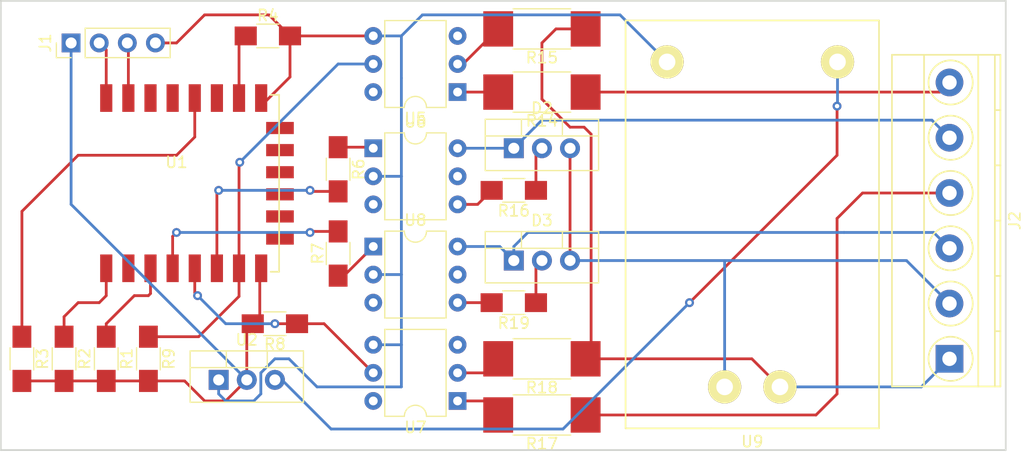
<source format=kicad_pcb>
(kicad_pcb (version 20170123) (host pcbnew "(2017-09-02 revision 1fe91e625)-makepkg")

  (general
    (thickness 1.6)
    (drawings 5)
    (tracks 164)
    (zones 0)
    (modules 25)
    (nets 48)
  )

  (page A4)
  (layers
    (0 F.Cu signal)
    (31 B.Cu signal)
    (32 B.Adhes user)
    (33 F.Adhes user)
    (34 B.Paste user)
    (35 F.Paste user)
    (36 B.SilkS user)
    (37 F.SilkS user)
    (38 B.Mask user)
    (39 F.Mask user)
    (40 Dwgs.User user)
    (41 Cmts.User user)
    (42 Eco1.User user)
    (43 Eco2.User user)
    (44 Edge.Cuts user)
    (45 Margin user)
    (46 B.CrtYd user)
    (47 F.CrtYd user)
    (48 B.Fab user)
    (49 F.Fab user hide)
  )

  (setup
    (last_trace_width 0.25)
    (trace_clearance 0.2)
    (zone_clearance 0.508)
    (zone_45_only no)
    (trace_min 0.2)
    (segment_width 0.2)
    (edge_width 0.15)
    (via_size 0.8)
    (via_drill 0.4)
    (via_min_size 0.4)
    (via_min_drill 0.3)
    (uvia_size 0.3)
    (uvia_drill 0.1)
    (uvias_allowed no)
    (uvia_min_size 0.2)
    (uvia_min_drill 0.1)
    (pcb_text_width 0.3)
    (pcb_text_size 1.5 1.5)
    (mod_edge_width 0.15)
    (mod_text_size 1 1)
    (mod_text_width 0.15)
    (pad_size 1.524 1.524)
    (pad_drill 0.762)
    (pad_to_mask_clearance 0.2)
    (aux_axis_origin 0 0)
    (visible_elements 7FFFFFFF)
    (pcbplotparams
      (layerselection 0x00030_ffffffff)
      (usegerberextensions false)
      (usegerberattributes true)
      (usegerberadvancedattributes true)
      (creategerberjobfile true)
      (excludeedgelayer true)
      (linewidth 0.100000)
      (plotframeref false)
      (viasonmask false)
      (mode 1)
      (useauxorigin false)
      (hpglpennumber 1)
      (hpglpenspeed 20)
      (hpglpendiameter 15)
      (psnegative false)
      (psa4output false)
      (plotreference true)
      (plotvalue true)
      (plotinvisibletext false)
      (padsonsilk false)
      (subtractmaskfromsilk false)
      (outputformat 1)
      (mirror false)
      (drillshape 0)
      (scaleselection 1)
      (outputdirectory gerbers))
  )

  (net 0 "")
  (net 1 "Net-(J1-Pad4)")
  (net 2 "Net-(R2-Pad1)")
  (net 3 "Net-(U1-Pad2)")
  (net 4 "Net-(R1-Pad1)")
  (net 5 "Net-(R7-Pad2)")
  (net 6 "Net-(R8-Pad1)")
  (net 7 "Net-(R6-Pad2)")
  (net 8 "Net-(R9-Pad1)")
  (net 9 "Net-(J1-Pad1)")
  (net 10 "Net-(R4-Pad1)")
  (net 11 "Net-(U1-Pad11)")
  (net 12 "Net-(R3-Pad1)")
  (net 13 "Net-(J1-Pad3)")
  (net 14 "Net-(J1-Pad2)")
  (net 15 "Net-(U1-Pad17)")
  (net 16 "Net-(U1-Pad18)")
  (net 17 "Net-(U1-Pad19)")
  (net 18 "Net-(U1-Pad20)")
  (net 19 "Net-(U1-Pad21)")
  (net 20 "Net-(U1-Pad22)")
  (net 21 "Net-(D2-Pad2)")
  (net 22 "Net-(D2-Pad1)")
  (net 23 "Net-(D3-Pad1)")
  (net 24 "Net-(D3-Pad2)")
  (net 25 "Net-(R17-Pad2)")
  (net 26 "Net-(R14-Pad2)")
  (net 27 "Net-(R18-Pad2)")
  (net 28 "Net-(J2-Pad1)")
  (net 29 "Net-(R15-Pad2)")
  (net 30 "Net-(R6-Pad1)")
  (net 31 "Net-(R19-Pad2)")
  (net 32 "Net-(R16-Pad2)")
  (net 33 "Net-(R7-Pad1)")
  (net 34 "Net-(U5-Pad6)")
  (net 35 "Net-(U5-Pad3)")
  (net 36 "Net-(U6-Pad5)")
  (net 37 "Net-(U6-Pad3)")
  (net 38 "Net-(U7-Pad6)")
  (net 39 "Net-(U7-Pad3)")
  (net 40 "Net-(U8-Pad5)")
  (net 41 "Net-(U8-Pad3)")
  (net 42 "Net-(J2-Pad4)")
  (net 43 "Net-(J2-Pad6)")
  (net 44 "Net-(D2-Pad3)")
  (net 45 "Net-(U1-Pad13)")
  (net 46 "Net-(U1-Pad14)")
  (net 47 "Net-(U2-Pad3)")

  (net_class Default "Esta es la clase de red por defecto."
    (clearance 0.2)
    (trace_width 0.25)
    (via_dia 0.8)
    (via_drill 0.4)
    (uvia_dia 0.3)
    (uvia_drill 0.1)
    (add_net "Net-(D2-Pad1)")
    (add_net "Net-(D2-Pad2)")
    (add_net "Net-(D2-Pad3)")
    (add_net "Net-(D3-Pad1)")
    (add_net "Net-(D3-Pad2)")
    (add_net "Net-(J1-Pad1)")
    (add_net "Net-(J1-Pad2)")
    (add_net "Net-(J1-Pad3)")
    (add_net "Net-(J1-Pad4)")
    (add_net "Net-(J2-Pad1)")
    (add_net "Net-(J2-Pad4)")
    (add_net "Net-(J2-Pad6)")
    (add_net "Net-(R1-Pad1)")
    (add_net "Net-(R14-Pad2)")
    (add_net "Net-(R15-Pad2)")
    (add_net "Net-(R16-Pad2)")
    (add_net "Net-(R17-Pad2)")
    (add_net "Net-(R18-Pad2)")
    (add_net "Net-(R19-Pad2)")
    (add_net "Net-(R2-Pad1)")
    (add_net "Net-(R3-Pad1)")
    (add_net "Net-(R4-Pad1)")
    (add_net "Net-(R6-Pad1)")
    (add_net "Net-(R6-Pad2)")
    (add_net "Net-(R7-Pad1)")
    (add_net "Net-(R7-Pad2)")
    (add_net "Net-(R8-Pad1)")
    (add_net "Net-(R9-Pad1)")
    (add_net "Net-(U1-Pad11)")
    (add_net "Net-(U1-Pad13)")
    (add_net "Net-(U1-Pad14)")
    (add_net "Net-(U1-Pad17)")
    (add_net "Net-(U1-Pad18)")
    (add_net "Net-(U1-Pad19)")
    (add_net "Net-(U1-Pad2)")
    (add_net "Net-(U1-Pad20)")
    (add_net "Net-(U1-Pad21)")
    (add_net "Net-(U1-Pad22)")
    (add_net "Net-(U2-Pad3)")
    (add_net "Net-(U5-Pad3)")
    (add_net "Net-(U5-Pad6)")
    (add_net "Net-(U6-Pad3)")
    (add_net "Net-(U6-Pad5)")
    (add_net "Net-(U7-Pad3)")
    (add_net "Net-(U7-Pad6)")
    (add_net "Net-(U8-Pad3)")
    (add_net "Net-(U8-Pad5)")
  )

  (module pniaps:HLK-PM01 placed (layer F.Cu) (tedit 58A67445) (tstamp 59BB8A95)
    (at 208.28 69.215 90)
    (path /59A361F9)
    (fp_text reference U9 (at -4.95 2.5 180) (layer F.SilkS)
      (effects (font (size 1 1) (thickness 0.15)))
    )
    (fp_text value HLK-PM01 (at 14.7 2.5 90) (layer F.Fab)
      (effects (font (size 1 1) (thickness 0.15)))
    )
    (fp_line (start -3.75 13.949999) (end 33.15 13.95) (layer F.SilkS) (width 0.15))
    (fp_line (start 33.15 13.95) (end 33.15 -8.949999) (layer F.SilkS) (width 0.15))
    (fp_line (start 33.15 -8.949999) (end -3.75 -8.95) (layer F.SilkS) (width 0.15))
    (fp_line (start -3.75 -8.95) (end -3.75 -1.316666) (layer F.SilkS) (width 0.15))
    (fp_line (start -3.75056 -1.36334) (end -3.75056 6.269992) (layer F.SilkS) (width 0.15))
    (fp_line (start -3.75 6.316666) (end -3.75 13.949999) (layer F.SilkS) (width 0.15))
    (pad 1 thru_hole circle (at 0 0 90) (size 3 3) (drill 1.5) (layers *.Cu *.Mask F.SilkS)
      (net 44 "Net-(D2-Pad3)"))
    (pad 2 thru_hole circle (at 0 5 90) (size 3 3) (drill 1.5) (layers *.Cu *.Mask F.SilkS)
      (net 28 "Net-(J2-Pad1)"))
    (pad 4 thru_hole circle (at 29.4 -5.2 90) (size 3 3) (drill 1.5) (layers *.Cu *.Mask F.SilkS)
      (net 1 "Net-(J1-Pad4)"))
    (pad 3 thru_hole circle (at 29.4 10.2 90) (size 3 3) (drill 1.5) (layers *.Cu *.Mask F.SilkS)
      (net 47 "Net-(U2-Pad3)"))
    (model ${PNIAPSLIB}/pniaps.3dshapes/hlk-pm01.wrl
      (at (xyz -0.09055100000000001 -0.492126 0))
      (scale (xyz 1 1 1))
      (rotate (xyz 0 0 0))
    )
  )

  (module Resistors_SMD:R_2512_HandSoldering (layer F.Cu) (tedit 58E0A804) (tstamp 59C32815)
    (at 191.77 42.545 180)
    (descr "Resistor SMD 2512, hand soldering")
    (tags "resistor 2512")
    (path /59A52CE3)
    (attr smd)
    (fp_text reference R14 (at 0 -2.6 180) (layer F.SilkS)
      (effects (font (size 1 1) (thickness 0.15)))
    )
    (fp_text value 33K (at 0 2.75 180) (layer F.Fab)
      (effects (font (size 1 1) (thickness 0.15)))
    )
    (fp_text user %R (at 0 0 180) (layer F.Fab)
      (effects (font (size 1 1) (thickness 0.15)))
    )
    (fp_line (start -3.15 1.6) (end -3.15 -1.6) (layer F.Fab) (width 0.1))
    (fp_line (start 3.15 1.6) (end -3.15 1.6) (layer F.Fab) (width 0.1))
    (fp_line (start 3.15 -1.6) (end 3.15 1.6) (layer F.Fab) (width 0.1))
    (fp_line (start -3.15 -1.6) (end 3.15 -1.6) (layer F.Fab) (width 0.1))
    (fp_line (start 2.6 1.82) (end -2.6 1.82) (layer F.SilkS) (width 0.12))
    (fp_line (start -2.6 -1.82) (end 2.6 -1.82) (layer F.SilkS) (width 0.12))
    (fp_line (start -5.56 -1.85) (end 5.55 -1.85) (layer F.CrtYd) (width 0.05))
    (fp_line (start -5.56 -1.85) (end -5.56 1.85) (layer F.CrtYd) (width 0.05))
    (fp_line (start 5.55 1.85) (end 5.55 -1.85) (layer F.CrtYd) (width 0.05))
    (fp_line (start 5.55 1.85) (end -5.56 1.85) (layer F.CrtYd) (width 0.05))
    (pad 1 smd rect (at -3.95 0 180) (size 2.7 3.2) (layers F.Cu F.Paste F.Mask)
      (net 43 "Net-(J2-Pad6)"))
    (pad 2 smd rect (at 3.95 0 180) (size 2.7 3.2) (layers F.Cu F.Paste F.Mask)
      (net 26 "Net-(R14-Pad2)"))
    (model ${KISYS3DMOD}/Resistors_SMD.3dshapes/R_2512.wrl
      (at (xyz 0 0 0))
      (scale (xyz 1 1 1))
      (rotate (xyz 0 0 0))
    )
  )

  (module Resistors_SMD:R_2512_HandSoldering (layer F.Cu) (tedit 58E0A804) (tstamp 59C32805)
    (at 191.77 36.83 180)
    (descr "Resistor SMD 2512, hand soldering")
    (tags "resistor 2512")
    (path /59A52CE9)
    (attr smd)
    (fp_text reference R15 (at 0 -2.6 180) (layer F.SilkS)
      (effects (font (size 1 1) (thickness 0.15)))
    )
    (fp_text value 33K (at 0 2.75 180) (layer F.Fab)
      (effects (font (size 1 1) (thickness 0.15)))
    )
    (fp_line (start 5.55 1.85) (end -5.56 1.85) (layer F.CrtYd) (width 0.05))
    (fp_line (start 5.55 1.85) (end 5.55 -1.85) (layer F.CrtYd) (width 0.05))
    (fp_line (start -5.56 -1.85) (end -5.56 1.85) (layer F.CrtYd) (width 0.05))
    (fp_line (start -5.56 -1.85) (end 5.55 -1.85) (layer F.CrtYd) (width 0.05))
    (fp_line (start -2.6 -1.82) (end 2.6 -1.82) (layer F.SilkS) (width 0.12))
    (fp_line (start 2.6 1.82) (end -2.6 1.82) (layer F.SilkS) (width 0.12))
    (fp_line (start -3.15 -1.6) (end 3.15 -1.6) (layer F.Fab) (width 0.1))
    (fp_line (start 3.15 -1.6) (end 3.15 1.6) (layer F.Fab) (width 0.1))
    (fp_line (start 3.15 1.6) (end -3.15 1.6) (layer F.Fab) (width 0.1))
    (fp_line (start -3.15 1.6) (end -3.15 -1.6) (layer F.Fab) (width 0.1))
    (fp_text user %R (at 0 0 180) (layer F.Fab)
      (effects (font (size 1 1) (thickness 0.15)))
    )
    (pad 2 smd rect (at 3.95 0 180) (size 2.7 3.2) (layers F.Cu F.Paste F.Mask)
      (net 29 "Net-(R15-Pad2)"))
    (pad 1 smd rect (at -3.95 0 180) (size 2.7 3.2) (layers F.Cu F.Paste F.Mask)
      (net 28 "Net-(J2-Pad1)"))
    (model ${KISYS3DMOD}/Resistors_SMD.3dshapes/R_2512.wrl
      (at (xyz 0 0 0))
      (scale (xyz 1 1 1))
      (rotate (xyz 0 0 0))
    )
  )

  (module Resistors_SMD:R_2512_HandSoldering (layer F.Cu) (tedit 58E0A804) (tstamp 59C327F5)
    (at 191.77 71.755 180)
    (descr "Resistor SMD 2512, hand soldering")
    (tags "resistor 2512")
    (path /59A52DC5)
    (attr smd)
    (fp_text reference R17 (at 0 -2.6 180) (layer F.SilkS)
      (effects (font (size 1 1) (thickness 0.15)))
    )
    (fp_text value 33K (at 0 2.75 180) (layer F.Fab)
      (effects (font (size 1 1) (thickness 0.15)))
    )
    (fp_text user %R (at 0 0 180) (layer F.Fab)
      (effects (font (size 1 1) (thickness 0.15)))
    )
    (fp_line (start -3.15 1.6) (end -3.15 -1.6) (layer F.Fab) (width 0.1))
    (fp_line (start 3.15 1.6) (end -3.15 1.6) (layer F.Fab) (width 0.1))
    (fp_line (start 3.15 -1.6) (end 3.15 1.6) (layer F.Fab) (width 0.1))
    (fp_line (start -3.15 -1.6) (end 3.15 -1.6) (layer F.Fab) (width 0.1))
    (fp_line (start 2.6 1.82) (end -2.6 1.82) (layer F.SilkS) (width 0.12))
    (fp_line (start -2.6 -1.82) (end 2.6 -1.82) (layer F.SilkS) (width 0.12))
    (fp_line (start -5.56 -1.85) (end 5.55 -1.85) (layer F.CrtYd) (width 0.05))
    (fp_line (start -5.56 -1.85) (end -5.56 1.85) (layer F.CrtYd) (width 0.05))
    (fp_line (start 5.55 1.85) (end 5.55 -1.85) (layer F.CrtYd) (width 0.05))
    (fp_line (start 5.55 1.85) (end -5.56 1.85) (layer F.CrtYd) (width 0.05))
    (pad 1 smd rect (at -3.95 0 180) (size 2.7 3.2) (layers F.Cu F.Paste F.Mask)
      (net 42 "Net-(J2-Pad4)"))
    (pad 2 smd rect (at 3.95 0 180) (size 2.7 3.2) (layers F.Cu F.Paste F.Mask)
      (net 25 "Net-(R17-Pad2)"))
    (model ${KISYS3DMOD}/Resistors_SMD.3dshapes/R_2512.wrl
      (at (xyz 0 0 0))
      (scale (xyz 1 1 1))
      (rotate (xyz 0 0 0))
    )
  )

  (module Resistors_SMD:R_2512_HandSoldering (layer F.Cu) (tedit 58E0A804) (tstamp 59C327E5)
    (at 191.77 66.675 180)
    (descr "Resistor SMD 2512, hand soldering")
    (tags "resistor 2512")
    (path /59A52DCB)
    (attr smd)
    (fp_text reference R18 (at 0 -2.6 180) (layer F.SilkS)
      (effects (font (size 1 1) (thickness 0.15)))
    )
    (fp_text value 33K (at 0 2.75 180) (layer F.Fab)
      (effects (font (size 1 1) (thickness 0.15)))
    )
    (fp_line (start 5.55 1.85) (end -5.56 1.85) (layer F.CrtYd) (width 0.05))
    (fp_line (start 5.55 1.85) (end 5.55 -1.85) (layer F.CrtYd) (width 0.05))
    (fp_line (start -5.56 -1.85) (end -5.56 1.85) (layer F.CrtYd) (width 0.05))
    (fp_line (start -5.56 -1.85) (end 5.55 -1.85) (layer F.CrtYd) (width 0.05))
    (fp_line (start -2.6 -1.82) (end 2.6 -1.82) (layer F.SilkS) (width 0.12))
    (fp_line (start 2.6 1.82) (end -2.6 1.82) (layer F.SilkS) (width 0.12))
    (fp_line (start -3.15 -1.6) (end 3.15 -1.6) (layer F.Fab) (width 0.1))
    (fp_line (start 3.15 -1.6) (end 3.15 1.6) (layer F.Fab) (width 0.1))
    (fp_line (start 3.15 1.6) (end -3.15 1.6) (layer F.Fab) (width 0.1))
    (fp_line (start -3.15 1.6) (end -3.15 -1.6) (layer F.Fab) (width 0.1))
    (fp_text user %R (at 0 0 180) (layer F.Fab)
      (effects (font (size 1 1) (thickness 0.15)))
    )
    (pad 2 smd rect (at 3.95 0 180) (size 2.7 3.2) (layers F.Cu F.Paste F.Mask)
      (net 27 "Net-(R18-Pad2)"))
    (pad 1 smd rect (at -3.95 0 180) (size 2.7 3.2) (layers F.Cu F.Paste F.Mask)
      (net 28 "Net-(J2-Pad1)"))
    (model ${KISYS3DMOD}/Resistors_SMD.3dshapes/R_2512.wrl
      (at (xyz 0 0 0))
      (scale (xyz 1 1 1))
      (rotate (xyz 0 0 0))
    )
  )

  (module Connectors_Terminal_Blocks:TerminalBlock_Pheonix_MKDS1.5-6pol (layer F.Cu) (tedit 563008B5) (tstamp 59BAB371)
    (at 228.6 66.675 90)
    (descr "6-way 5mm pitch terminal block, Phoenix MKDS series")
    (path /59A37682)
    (fp_text reference J2 (at 12.5 5.9 90) (layer F.SilkS)
      (effects (font (size 1 1) (thickness 0.15)))
    )
    (fp_text value Line (at 12.5 -6.6 90) (layer F.Fab)
      (effects (font (size 1 1) (thickness 0.15)))
    )
    (fp_line (start -2.5 -5.2) (end -2.5 4.6) (layer F.SilkS) (width 0.15))
    (fp_line (start 27.5 -5.2) (end -2.5 -5.2) (layer F.SilkS) (width 0.15))
    (fp_line (start 27.5 4.6) (end 27.5 -5.2) (layer F.SilkS) (width 0.15))
    (fp_line (start -2.5 4.6) (end 27.5 4.6) (layer F.SilkS) (width 0.15))
    (fp_line (start -2.5 4.1) (end 27.5 4.1) (layer F.SilkS) (width 0.15))
    (fp_line (start -2.5 -2.3) (end 27.5 -2.3) (layer F.SilkS) (width 0.15))
    (fp_line (start -2.5 2.6) (end 27.5 2.6) (layer F.SilkS) (width 0.15))
    (fp_circle (center 0 0.1) (end 2 0.1) (layer F.SilkS) (width 0.15))
    (fp_circle (center 5 0.1) (end 3 0.1) (layer F.SilkS) (width 0.15))
    (fp_line (start 2.5 4.1) (end 2.5 4.6) (layer F.SilkS) (width 0.15))
    (fp_line (start 7.5 4.1) (end 7.5 4.6) (layer F.SilkS) (width 0.15))
    (fp_circle (center 10 0.1) (end 8 0.1) (layer F.SilkS) (width 0.15))
    (fp_circle (center 15 0.1) (end 13 0.1) (layer F.SilkS) (width 0.15))
    (fp_line (start 12.5 4.1) (end 12.5 4.6) (layer F.SilkS) (width 0.15))
    (fp_circle (center 20 0.1) (end 18 0.1) (layer F.SilkS) (width 0.15))
    (fp_line (start 17.5 4.1) (end 17.5 4.6) (layer F.SilkS) (width 0.15))
    (fp_line (start 22.5 4.1) (end 22.5 4.6) (layer F.SilkS) (width 0.15))
    (fp_circle (center 25 0.1) (end 23 0.1) (layer F.SilkS) (width 0.15))
    (fp_line (start 27.7 -5.4) (end 27.7 4.8) (layer F.CrtYd) (width 0.05))
    (fp_line (start 27.7 4.8) (end -2.7 4.8) (layer F.CrtYd) (width 0.05))
    (fp_line (start -2.7 4.8) (end -2.7 -5.4) (layer F.CrtYd) (width 0.05))
    (fp_line (start -2.7 -5.4) (end 27.7 -5.4) (layer F.CrtYd) (width 0.05))
    (pad 2 thru_hole circle (at 5 0 90) (size 2.5 2.5) (drill 1.3) (layers *.Cu *.Mask)
      (net 44 "Net-(D2-Pad3)"))
    (pad 1 thru_hole rect (at 0 0 90) (size 2.5 2.5) (drill 1.3) (layers *.Cu *.Mask)
      (net 28 "Net-(J2-Pad1)"))
    (pad 3 thru_hole circle (at 10 0 90) (size 2.5 2.5) (drill 1.3) (layers *.Cu *.Mask)
      (net 23 "Net-(D3-Pad1)"))
    (pad 4 thru_hole circle (at 15 0 90) (size 2.5 2.5) (drill 1.3) (layers *.Cu *.Mask)
      (net 42 "Net-(J2-Pad4)"))
    (pad 5 thru_hole circle (at 20 0 90) (size 2.5 2.5) (drill 1.3) (layers *.Cu *.Mask)
      (net 22 "Net-(D2-Pad1)"))
    (pad 6 thru_hole circle (at 25 0 90) (size 2.5 2.5) (drill 1.3) (layers *.Cu *.Mask)
      (net 43 "Net-(J2-Pad6)"))
    (model Terminal_Blocks.3dshapes/TerminalBlock_Pheonix_MKDS1.5-6pol.wrl
      (at (xyz 0.4921 0 0))
      (scale (xyz 1 1 1))
      (rotate (xyz 0 0 0))
    )
  )

  (module Housings_DIP:DIP-6_W7.62mm (layer F.Cu) (tedit 58CC8E33) (tstamp 59BB8D40)
    (at 176.53 56.515)
    (descr "6-lead dip package, row spacing 7.62 mm (300 mils)")
    (tags "DIL DIP PDIP 2.54mm 7.62mm 300mil")
    (path /59A36702)
    (fp_text reference U8 (at 3.81 -2.39) (layer F.SilkS)
      (effects (font (size 1 1) (thickness 0.15)))
    )
    (fp_text value MOC3023M (at 3.81 7.47) (layer F.Fab)
      (effects (font (size 1 1) (thickness 0.15)))
    )
    (fp_text user %R (at 3.81 2.54) (layer F.Fab)
      (effects (font (size 1 1) (thickness 0.15)))
    )
    (fp_line (start 1.635 -1.27) (end 6.985 -1.27) (layer F.Fab) (width 0.1))
    (fp_line (start 6.985 -1.27) (end 6.985 6.35) (layer F.Fab) (width 0.1))
    (fp_line (start 6.985 6.35) (end 0.635 6.35) (layer F.Fab) (width 0.1))
    (fp_line (start 0.635 6.35) (end 0.635 -0.27) (layer F.Fab) (width 0.1))
    (fp_line (start 0.635 -0.27) (end 1.635 -1.27) (layer F.Fab) (width 0.1))
    (fp_line (start 2.81 -1.39) (end 1.04 -1.39) (layer F.SilkS) (width 0.12))
    (fp_line (start 1.04 -1.39) (end 1.04 6.47) (layer F.SilkS) (width 0.12))
    (fp_line (start 1.04 6.47) (end 6.58 6.47) (layer F.SilkS) (width 0.12))
    (fp_line (start 6.58 6.47) (end 6.58 -1.39) (layer F.SilkS) (width 0.12))
    (fp_line (start 6.58 -1.39) (end 4.81 -1.39) (layer F.SilkS) (width 0.12))
    (fp_line (start -1.1 -1.6) (end -1.1 6.6) (layer F.CrtYd) (width 0.05))
    (fp_line (start -1.1 6.6) (end 8.7 6.6) (layer F.CrtYd) (width 0.05))
    (fp_line (start 8.7 6.6) (end 8.7 -1.6) (layer F.CrtYd) (width 0.05))
    (fp_line (start 8.7 -1.6) (end -1.1 -1.6) (layer F.CrtYd) (width 0.05))
    (fp_arc (start 3.81 -1.39) (end 2.81 -1.39) (angle -180) (layer F.SilkS) (width 0.12))
    (pad 1 thru_hole rect (at 0 0) (size 1.6 1.6) (drill 0.8) (layers *.Cu *.Mask)
      (net 33 "Net-(R7-Pad1)"))
    (pad 4 thru_hole oval (at 7.62 5.08) (size 1.6 1.6) (drill 0.8) (layers *.Cu *.Mask)
      (net 31 "Net-(R19-Pad2)"))
    (pad 2 thru_hole oval (at 0 2.54) (size 1.6 1.6) (drill 0.8) (layers *.Cu *.Mask)
      (net 1 "Net-(J1-Pad4)"))
    (pad 5 thru_hole oval (at 7.62 2.54) (size 1.6 1.6) (drill 0.8) (layers *.Cu *.Mask)
      (net 40 "Net-(U8-Pad5)"))
    (pad 3 thru_hole oval (at 0 5.08) (size 1.6 1.6) (drill 0.8) (layers *.Cu *.Mask)
      (net 41 "Net-(U8-Pad3)"))
    (pad 6 thru_hole oval (at 7.62 0) (size 1.6 1.6) (drill 0.8) (layers *.Cu *.Mask)
      (net 23 "Net-(D3-Pad1)"))
    (model ${KISYS3DMOD}/Housings_DIP.3dshapes/DIP-6_W7.62mm.wrl
      (at (xyz 0 0 0))
      (scale (xyz 1 1 1))
      (rotate (xyz 0 0 0))
    )
  )

  (module Housings_DIP:DIP-6_W7.62mm (layer F.Cu) (tedit 58CC8E33) (tstamp 59BB8D26)
    (at 184.15 70.485 180)
    (descr "6-lead dip package, row spacing 7.62 mm (300 mils)")
    (tags "DIL DIP PDIP 2.54mm 7.62mm 300mil")
    (path /59A375C1)
    (fp_text reference U7 (at 3.81 -2.39 180) (layer F.SilkS)
      (effects (font (size 1 1) (thickness 0.15)))
    )
    (fp_text value H11AA1 (at 3.81 7.47 180) (layer F.Fab)
      (effects (font (size 1 1) (thickness 0.15)))
    )
    (fp_arc (start 3.81 -1.39) (end 2.81 -1.39) (angle -180) (layer F.SilkS) (width 0.12))
    (fp_line (start 8.7 -1.6) (end -1.1 -1.6) (layer F.CrtYd) (width 0.05))
    (fp_line (start 8.7 6.6) (end 8.7 -1.6) (layer F.CrtYd) (width 0.05))
    (fp_line (start -1.1 6.6) (end 8.7 6.6) (layer F.CrtYd) (width 0.05))
    (fp_line (start -1.1 -1.6) (end -1.1 6.6) (layer F.CrtYd) (width 0.05))
    (fp_line (start 6.58 -1.39) (end 4.81 -1.39) (layer F.SilkS) (width 0.12))
    (fp_line (start 6.58 6.47) (end 6.58 -1.39) (layer F.SilkS) (width 0.12))
    (fp_line (start 1.04 6.47) (end 6.58 6.47) (layer F.SilkS) (width 0.12))
    (fp_line (start 1.04 -1.39) (end 1.04 6.47) (layer F.SilkS) (width 0.12))
    (fp_line (start 2.81 -1.39) (end 1.04 -1.39) (layer F.SilkS) (width 0.12))
    (fp_line (start 0.635 -0.27) (end 1.635 -1.27) (layer F.Fab) (width 0.1))
    (fp_line (start 0.635 6.35) (end 0.635 -0.27) (layer F.Fab) (width 0.1))
    (fp_line (start 6.985 6.35) (end 0.635 6.35) (layer F.Fab) (width 0.1))
    (fp_line (start 6.985 -1.27) (end 6.985 6.35) (layer F.Fab) (width 0.1))
    (fp_line (start 1.635 -1.27) (end 6.985 -1.27) (layer F.Fab) (width 0.1))
    (fp_text user %R (at 3.81 2.54 180) (layer F.Fab)
      (effects (font (size 1 1) (thickness 0.15)))
    )
    (pad 6 thru_hole oval (at 7.62 0 180) (size 1.6 1.6) (drill 0.8) (layers *.Cu *.Mask)
      (net 38 "Net-(U7-Pad6)"))
    (pad 3 thru_hole oval (at 0 5.08 180) (size 1.6 1.6) (drill 0.8) (layers *.Cu *.Mask)
      (net 39 "Net-(U7-Pad3)"))
    (pad 5 thru_hole oval (at 7.62 2.54 180) (size 1.6 1.6) (drill 0.8) (layers *.Cu *.Mask)
      (net 6 "Net-(R8-Pad1)"))
    (pad 2 thru_hole oval (at 0 2.54 180) (size 1.6 1.6) (drill 0.8) (layers *.Cu *.Mask)
      (net 27 "Net-(R18-Pad2)"))
    (pad 4 thru_hole oval (at 7.62 5.08 180) (size 1.6 1.6) (drill 0.8) (layers *.Cu *.Mask)
      (net 1 "Net-(J1-Pad4)"))
    (pad 1 thru_hole rect (at 0 0 180) (size 1.6 1.6) (drill 0.8) (layers *.Cu *.Mask)
      (net 25 "Net-(R17-Pad2)"))
    (model ${KISYS3DMOD}/Housings_DIP.3dshapes/DIP-6_W7.62mm.wrl
      (at (xyz 0 0 0))
      (scale (xyz 1 1 1))
      (rotate (xyz 0 0 0))
    )
  )

  (module Housings_DIP:DIP-6_W7.62mm (layer F.Cu) (tedit 58CC8E33) (tstamp 59BB8D0C)
    (at 176.53 47.625)
    (descr "6-lead dip package, row spacing 7.62 mm (300 mils)")
    (tags "DIL DIP PDIP 2.54mm 7.62mm 300mil")
    (path /59A51B03)
    (fp_text reference U6 (at 3.81 -2.39) (layer F.SilkS)
      (effects (font (size 1 1) (thickness 0.15)))
    )
    (fp_text value MOC3023M (at 3.81 7.47) (layer F.Fab)
      (effects (font (size 1 1) (thickness 0.15)))
    )
    (fp_text user %R (at 3.81 2.54) (layer F.Fab)
      (effects (font (size 1 1) (thickness 0.15)))
    )
    (fp_line (start 1.635 -1.27) (end 6.985 -1.27) (layer F.Fab) (width 0.1))
    (fp_line (start 6.985 -1.27) (end 6.985 6.35) (layer F.Fab) (width 0.1))
    (fp_line (start 6.985 6.35) (end 0.635 6.35) (layer F.Fab) (width 0.1))
    (fp_line (start 0.635 6.35) (end 0.635 -0.27) (layer F.Fab) (width 0.1))
    (fp_line (start 0.635 -0.27) (end 1.635 -1.27) (layer F.Fab) (width 0.1))
    (fp_line (start 2.81 -1.39) (end 1.04 -1.39) (layer F.SilkS) (width 0.12))
    (fp_line (start 1.04 -1.39) (end 1.04 6.47) (layer F.SilkS) (width 0.12))
    (fp_line (start 1.04 6.47) (end 6.58 6.47) (layer F.SilkS) (width 0.12))
    (fp_line (start 6.58 6.47) (end 6.58 -1.39) (layer F.SilkS) (width 0.12))
    (fp_line (start 6.58 -1.39) (end 4.81 -1.39) (layer F.SilkS) (width 0.12))
    (fp_line (start -1.1 -1.6) (end -1.1 6.6) (layer F.CrtYd) (width 0.05))
    (fp_line (start -1.1 6.6) (end 8.7 6.6) (layer F.CrtYd) (width 0.05))
    (fp_line (start 8.7 6.6) (end 8.7 -1.6) (layer F.CrtYd) (width 0.05))
    (fp_line (start 8.7 -1.6) (end -1.1 -1.6) (layer F.CrtYd) (width 0.05))
    (fp_arc (start 3.81 -1.39) (end 2.81 -1.39) (angle -180) (layer F.SilkS) (width 0.12))
    (pad 1 thru_hole rect (at 0 0) (size 1.6 1.6) (drill 0.8) (layers *.Cu *.Mask)
      (net 30 "Net-(R6-Pad1)"))
    (pad 4 thru_hole oval (at 7.62 5.08) (size 1.6 1.6) (drill 0.8) (layers *.Cu *.Mask)
      (net 32 "Net-(R16-Pad2)"))
    (pad 2 thru_hole oval (at 0 2.54) (size 1.6 1.6) (drill 0.8) (layers *.Cu *.Mask)
      (net 1 "Net-(J1-Pad4)"))
    (pad 5 thru_hole oval (at 7.62 2.54) (size 1.6 1.6) (drill 0.8) (layers *.Cu *.Mask)
      (net 36 "Net-(U6-Pad5)"))
    (pad 3 thru_hole oval (at 0 5.08) (size 1.6 1.6) (drill 0.8) (layers *.Cu *.Mask)
      (net 37 "Net-(U6-Pad3)"))
    (pad 6 thru_hole oval (at 7.62 0) (size 1.6 1.6) (drill 0.8) (layers *.Cu *.Mask)
      (net 22 "Net-(D2-Pad1)"))
    (model ${KISYS3DMOD}/Housings_DIP.3dshapes/DIP-6_W7.62mm.wrl
      (at (xyz 0 0 0))
      (scale (xyz 1 1 1))
      (rotate (xyz 0 0 0))
    )
  )

  (module Housings_DIP:DIP-6_W7.62mm (layer F.Cu) (tedit 58CC8E33) (tstamp 59BB8CF2)
    (at 184.15 42.545 180)
    (descr "6-lead dip package, row spacing 7.62 mm (300 mils)")
    (tags "DIL DIP PDIP 2.54mm 7.62mm 300mil")
    (path /59A51B09)
    (fp_text reference U5 (at 3.81 -2.39 180) (layer F.SilkS)
      (effects (font (size 1 1) (thickness 0.15)))
    )
    (fp_text value H11AA1 (at 3.81 7.47 180) (layer F.Fab)
      (effects (font (size 1 1) (thickness 0.15)))
    )
    (fp_arc (start 3.81 -1.39) (end 2.81 -1.39) (angle -180) (layer F.SilkS) (width 0.12))
    (fp_line (start 8.7 -1.6) (end -1.1 -1.6) (layer F.CrtYd) (width 0.05))
    (fp_line (start 8.7 6.6) (end 8.7 -1.6) (layer F.CrtYd) (width 0.05))
    (fp_line (start -1.1 6.6) (end 8.7 6.6) (layer F.CrtYd) (width 0.05))
    (fp_line (start -1.1 -1.6) (end -1.1 6.6) (layer F.CrtYd) (width 0.05))
    (fp_line (start 6.58 -1.39) (end 4.81 -1.39) (layer F.SilkS) (width 0.12))
    (fp_line (start 6.58 6.47) (end 6.58 -1.39) (layer F.SilkS) (width 0.12))
    (fp_line (start 1.04 6.47) (end 6.58 6.47) (layer F.SilkS) (width 0.12))
    (fp_line (start 1.04 -1.39) (end 1.04 6.47) (layer F.SilkS) (width 0.12))
    (fp_line (start 2.81 -1.39) (end 1.04 -1.39) (layer F.SilkS) (width 0.12))
    (fp_line (start 0.635 -0.27) (end 1.635 -1.27) (layer F.Fab) (width 0.1))
    (fp_line (start 0.635 6.35) (end 0.635 -0.27) (layer F.Fab) (width 0.1))
    (fp_line (start 6.985 6.35) (end 0.635 6.35) (layer F.Fab) (width 0.1))
    (fp_line (start 6.985 -1.27) (end 6.985 6.35) (layer F.Fab) (width 0.1))
    (fp_line (start 1.635 -1.27) (end 6.985 -1.27) (layer F.Fab) (width 0.1))
    (fp_text user %R (at 3.81 2.54 180) (layer F.Fab)
      (effects (font (size 1 1) (thickness 0.15)))
    )
    (pad 6 thru_hole oval (at 7.62 0 180) (size 1.6 1.6) (drill 0.8) (layers *.Cu *.Mask)
      (net 34 "Net-(U5-Pad6)"))
    (pad 3 thru_hole oval (at 0 5.08 180) (size 1.6 1.6) (drill 0.8) (layers *.Cu *.Mask)
      (net 35 "Net-(U5-Pad3)"))
    (pad 5 thru_hole oval (at 7.62 2.54 180) (size 1.6 1.6) (drill 0.8) (layers *.Cu *.Mask)
      (net 8 "Net-(R9-Pad1)"))
    (pad 2 thru_hole oval (at 0 2.54 180) (size 1.6 1.6) (drill 0.8) (layers *.Cu *.Mask)
      (net 29 "Net-(R15-Pad2)"))
    (pad 4 thru_hole oval (at 7.62 5.08 180) (size 1.6 1.6) (drill 0.8) (layers *.Cu *.Mask)
      (net 1 "Net-(J1-Pad4)"))
    (pad 1 thru_hole rect (at 0 0 180) (size 1.6 1.6) (drill 0.8) (layers *.Cu *.Mask)
      (net 26 "Net-(R14-Pad2)"))
    (model ${KISYS3DMOD}/Housings_DIP.3dshapes/DIP-6_W7.62mm.wrl
      (at (xyz 0 0 0))
      (scale (xyz 1 1 1))
      (rotate (xyz 0 0 0))
    )
  )

  (module Pin_Headers:Pin_Header_Straight_1x04_Pitch2.54mm (layer F.Cu) (tedit 59650532) (tstamp 59BB8CA4)
    (at 149.225 38.1 90)
    (descr "Through hole straight pin header, 1x04, 2.54mm pitch, single row")
    (tags "Through hole pin header THT 1x04 2.54mm single row")
    (path /59A4F8A3)
    (fp_text reference J1 (at 0 -2.33 90) (layer F.SilkS)
      (effects (font (size 1 1) (thickness 0.15)))
    )
    (fp_text value Serial (at 0 9.95 90) (layer F.Fab)
      (effects (font (size 1 1) (thickness 0.15)))
    )
    (fp_text user %R (at 0 3.81 180) (layer F.Fab)
      (effects (font (size 1 1) (thickness 0.15)))
    )
    (fp_line (start 1.8 -1.8) (end -1.8 -1.8) (layer F.CrtYd) (width 0.05))
    (fp_line (start 1.8 9.4) (end 1.8 -1.8) (layer F.CrtYd) (width 0.05))
    (fp_line (start -1.8 9.4) (end 1.8 9.4) (layer F.CrtYd) (width 0.05))
    (fp_line (start -1.8 -1.8) (end -1.8 9.4) (layer F.CrtYd) (width 0.05))
    (fp_line (start -1.33 -1.33) (end 0 -1.33) (layer F.SilkS) (width 0.12))
    (fp_line (start -1.33 0) (end -1.33 -1.33) (layer F.SilkS) (width 0.12))
    (fp_line (start -1.33 1.27) (end 1.33 1.27) (layer F.SilkS) (width 0.12))
    (fp_line (start 1.33 1.27) (end 1.33 8.95) (layer F.SilkS) (width 0.12))
    (fp_line (start -1.33 1.27) (end -1.33 8.95) (layer F.SilkS) (width 0.12))
    (fp_line (start -1.33 8.95) (end 1.33 8.95) (layer F.SilkS) (width 0.12))
    (fp_line (start -1.27 -0.635) (end -0.635 -1.27) (layer F.Fab) (width 0.1))
    (fp_line (start -1.27 8.89) (end -1.27 -0.635) (layer F.Fab) (width 0.1))
    (fp_line (start 1.27 8.89) (end -1.27 8.89) (layer F.Fab) (width 0.1))
    (fp_line (start 1.27 -1.27) (end 1.27 8.89) (layer F.Fab) (width 0.1))
    (fp_line (start -0.635 -1.27) (end 1.27 -1.27) (layer F.Fab) (width 0.1))
    (pad 4 thru_hole oval (at 0 7.62 90) (size 1.7 1.7) (drill 1) (layers *.Cu *.Mask)
      (net 1 "Net-(J1-Pad4)"))
    (pad 3 thru_hole oval (at 0 5.08 90) (size 1.7 1.7) (drill 1) (layers *.Cu *.Mask)
      (net 13 "Net-(J1-Pad3)"))
    (pad 2 thru_hole oval (at 0 2.54 90) (size 1.7 1.7) (drill 1) (layers *.Cu *.Mask)
      (net 14 "Net-(J1-Pad2)"))
    (pad 1 thru_hole rect (at 0 0 90) (size 1.7 1.7) (drill 1) (layers *.Cu *.Mask)
      (net 9 "Net-(J1-Pad1)"))
    (model ${KISYS3DMOD}/Pin_Headers.3dshapes/Pin_Header_Straight_1x04_Pitch2.54mm.wrl
      (at (xyz 0 0 0))
      (scale (xyz 1 1 1))
      (rotate (xyz 0 0 0))
    )
  )

  (module Resistors_SMD:R_1206_HandSoldering (layer F.Cu) (tedit 58E0A804) (tstamp 59BB8C8C)
    (at 167.64 63.5 180)
    (descr "Resistor SMD 1206, hand soldering")
    (tags "resistor 1206")
    (path /59A61B7F)
    (attr smd)
    (fp_text reference R8 (at 0 -1.85 180) (layer F.SilkS)
      (effects (font (size 1 1) (thickness 0.15)))
    )
    (fp_text value 10k (at 0 1.9 180) (layer F.Fab)
      (effects (font (size 1 1) (thickness 0.15)))
    )
    (fp_line (start 3.25 1.1) (end -3.25 1.1) (layer F.CrtYd) (width 0.05))
    (fp_line (start 3.25 1.1) (end 3.25 -1.11) (layer F.CrtYd) (width 0.05))
    (fp_line (start -3.25 -1.11) (end -3.25 1.1) (layer F.CrtYd) (width 0.05))
    (fp_line (start -3.25 -1.11) (end 3.25 -1.11) (layer F.CrtYd) (width 0.05))
    (fp_line (start -1 -1.07) (end 1 -1.07) (layer F.SilkS) (width 0.12))
    (fp_line (start 1 1.07) (end -1 1.07) (layer F.SilkS) (width 0.12))
    (fp_line (start -1.6 -0.8) (end 1.6 -0.8) (layer F.Fab) (width 0.1))
    (fp_line (start 1.6 -0.8) (end 1.6 0.8) (layer F.Fab) (width 0.1))
    (fp_line (start 1.6 0.8) (end -1.6 0.8) (layer F.Fab) (width 0.1))
    (fp_line (start -1.6 0.8) (end -1.6 -0.8) (layer F.Fab) (width 0.1))
    (fp_text user %R (at 0 0 180) (layer F.Fab)
      (effects (font (size 0.7 0.7) (thickness 0.105)))
    )
    (pad 2 smd rect (at 2 0 180) (size 2 1.7) (layers F.Cu F.Paste F.Mask)
      (net 9 "Net-(J1-Pad1)"))
    (pad 1 smd rect (at -2 0 180) (size 2 1.7) (layers F.Cu F.Paste F.Mask)
      (net 6 "Net-(R8-Pad1)"))
    (model ${KISYS3DMOD}/Resistors_SMD.3dshapes/R_1206.wrl
      (at (xyz 0 0 0))
      (scale (xyz 1 1 1))
      (rotate (xyz 0 0 0))
    )
  )

  (module Resistors_SMD:R_1206_HandSoldering (layer F.Cu) (tedit 58E0A804) (tstamp 59BB8C7B)
    (at 156.21 66.675 270)
    (descr "Resistor SMD 1206, hand soldering")
    (tags "resistor 1206")
    (path /59A61B09)
    (attr smd)
    (fp_text reference R9 (at 0 -1.85 270) (layer F.SilkS)
      (effects (font (size 1 1) (thickness 0.15)))
    )
    (fp_text value 10k (at 0 1.9 270) (layer F.Fab)
      (effects (font (size 1 1) (thickness 0.15)))
    )
    (fp_text user %R (at 0 0 270) (layer F.Fab)
      (effects (font (size 0.7 0.7) (thickness 0.105)))
    )
    (fp_line (start -1.6 0.8) (end -1.6 -0.8) (layer F.Fab) (width 0.1))
    (fp_line (start 1.6 0.8) (end -1.6 0.8) (layer F.Fab) (width 0.1))
    (fp_line (start 1.6 -0.8) (end 1.6 0.8) (layer F.Fab) (width 0.1))
    (fp_line (start -1.6 -0.8) (end 1.6 -0.8) (layer F.Fab) (width 0.1))
    (fp_line (start 1 1.07) (end -1 1.07) (layer F.SilkS) (width 0.12))
    (fp_line (start -1 -1.07) (end 1 -1.07) (layer F.SilkS) (width 0.12))
    (fp_line (start -3.25 -1.11) (end 3.25 -1.11) (layer F.CrtYd) (width 0.05))
    (fp_line (start -3.25 -1.11) (end -3.25 1.1) (layer F.CrtYd) (width 0.05))
    (fp_line (start 3.25 1.1) (end 3.25 -1.11) (layer F.CrtYd) (width 0.05))
    (fp_line (start 3.25 1.1) (end -3.25 1.1) (layer F.CrtYd) (width 0.05))
    (pad 1 smd rect (at -2 0 270) (size 2 1.7) (layers F.Cu F.Paste F.Mask)
      (net 8 "Net-(R9-Pad1)"))
    (pad 2 smd rect (at 2 0 270) (size 2 1.7) (layers F.Cu F.Paste F.Mask)
      (net 9 "Net-(J1-Pad1)"))
    (model ${KISYS3DMOD}/Resistors_SMD.3dshapes/R_1206.wrl
      (at (xyz 0 0 0))
      (scale (xyz 1 1 1))
      (rotate (xyz 0 0 0))
    )
  )

  (module Resistors_SMD:R_1206_HandSoldering (layer F.Cu) (tedit 58E0A804) (tstamp 59BB8C59)
    (at 173.355 57.15 90)
    (descr "Resistor SMD 1206, hand soldering")
    (tags "resistor 1206")
    (path /59A4E99A)
    (attr smd)
    (fp_text reference R7 (at 0 -1.85 90) (layer F.SilkS)
      (effects (font (size 1 1) (thickness 0.15)))
    )
    (fp_text value 470 (at 0 1.9 90) (layer F.Fab)
      (effects (font (size 1 1) (thickness 0.15)))
    )
    (fp_text user %R (at 0 0 90) (layer F.Fab)
      (effects (font (size 0.7 0.7) (thickness 0.105)))
    )
    (fp_line (start -1.6 0.8) (end -1.6 -0.8) (layer F.Fab) (width 0.1))
    (fp_line (start 1.6 0.8) (end -1.6 0.8) (layer F.Fab) (width 0.1))
    (fp_line (start 1.6 -0.8) (end 1.6 0.8) (layer F.Fab) (width 0.1))
    (fp_line (start -1.6 -0.8) (end 1.6 -0.8) (layer F.Fab) (width 0.1))
    (fp_line (start 1 1.07) (end -1 1.07) (layer F.SilkS) (width 0.12))
    (fp_line (start -1 -1.07) (end 1 -1.07) (layer F.SilkS) (width 0.12))
    (fp_line (start -3.25 -1.11) (end 3.25 -1.11) (layer F.CrtYd) (width 0.05))
    (fp_line (start -3.25 -1.11) (end -3.25 1.1) (layer F.CrtYd) (width 0.05))
    (fp_line (start 3.25 1.1) (end 3.25 -1.11) (layer F.CrtYd) (width 0.05))
    (fp_line (start 3.25 1.1) (end -3.25 1.1) (layer F.CrtYd) (width 0.05))
    (pad 1 smd rect (at -2 0 90) (size 2 1.7) (layers F.Cu F.Paste F.Mask)
      (net 33 "Net-(R7-Pad1)"))
    (pad 2 smd rect (at 2 0 90) (size 2 1.7) (layers F.Cu F.Paste F.Mask)
      (net 5 "Net-(R7-Pad2)"))
    (model ${KISYS3DMOD}/Resistors_SMD.3dshapes/R_1206.wrl
      (at (xyz 0 0 0))
      (scale (xyz 1 1 1))
      (rotate (xyz 0 0 0))
    )
  )

  (module Resistors_SMD:R_1206_HandSoldering (layer F.Cu) (tedit 58E0A804) (tstamp 59BB8C26)
    (at 189.23 51.435 180)
    (descr "Resistor SMD 1206, hand soldering")
    (tags "resistor 1206")
    (path /59A51B15)
    (attr smd)
    (fp_text reference R16 (at 0 -1.85 180) (layer F.SilkS)
      (effects (font (size 1 1) (thickness 0.15)))
    )
    (fp_text value 1K (at 0 1.9 180) (layer F.Fab)
      (effects (font (size 1 1) (thickness 0.15)))
    )
    (fp_line (start 3.25 1.1) (end -3.25 1.1) (layer F.CrtYd) (width 0.05))
    (fp_line (start 3.25 1.1) (end 3.25 -1.11) (layer F.CrtYd) (width 0.05))
    (fp_line (start -3.25 -1.11) (end -3.25 1.1) (layer F.CrtYd) (width 0.05))
    (fp_line (start -3.25 -1.11) (end 3.25 -1.11) (layer F.CrtYd) (width 0.05))
    (fp_line (start -1 -1.07) (end 1 -1.07) (layer F.SilkS) (width 0.12))
    (fp_line (start 1 1.07) (end -1 1.07) (layer F.SilkS) (width 0.12))
    (fp_line (start -1.6 -0.8) (end 1.6 -0.8) (layer F.Fab) (width 0.1))
    (fp_line (start 1.6 -0.8) (end 1.6 0.8) (layer F.Fab) (width 0.1))
    (fp_line (start 1.6 0.8) (end -1.6 0.8) (layer F.Fab) (width 0.1))
    (fp_line (start -1.6 0.8) (end -1.6 -0.8) (layer F.Fab) (width 0.1))
    (fp_text user %R (at 0 0 180) (layer F.Fab)
      (effects (font (size 0.7 0.7) (thickness 0.105)))
    )
    (pad 2 smd rect (at 2 0 180) (size 2 1.7) (layers F.Cu F.Paste F.Mask)
      (net 32 "Net-(R16-Pad2)"))
    (pad 1 smd rect (at -2 0 180) (size 2 1.7) (layers F.Cu F.Paste F.Mask)
      (net 21 "Net-(D2-Pad2)"))
    (model ${KISYS3DMOD}/Resistors_SMD.3dshapes/R_1206.wrl
      (at (xyz 0 0 0))
      (scale (xyz 1 1 1))
      (rotate (xyz 0 0 0))
    )
  )

  (module Resistors_SMD:R_1206_HandSoldering (layer F.Cu) (tedit 58E0A804) (tstamp 59BB8C15)
    (at 167.005 37.465)
    (descr "Resistor SMD 1206, hand soldering")
    (tags "resistor 1206")
    (path /59A4F761)
    (attr smd)
    (fp_text reference R4 (at 0 -1.85) (layer F.SilkS)
      (effects (font (size 1 1) (thickness 0.15)))
    )
    (fp_text value 10k (at 0 1.9) (layer F.Fab)
      (effects (font (size 1 1) (thickness 0.15)))
    )
    (fp_text user %R (at 0 0) (layer F.Fab)
      (effects (font (size 0.7 0.7) (thickness 0.105)))
    )
    (fp_line (start -1.6 0.8) (end -1.6 -0.8) (layer F.Fab) (width 0.1))
    (fp_line (start 1.6 0.8) (end -1.6 0.8) (layer F.Fab) (width 0.1))
    (fp_line (start 1.6 -0.8) (end 1.6 0.8) (layer F.Fab) (width 0.1))
    (fp_line (start -1.6 -0.8) (end 1.6 -0.8) (layer F.Fab) (width 0.1))
    (fp_line (start 1 1.07) (end -1 1.07) (layer F.SilkS) (width 0.12))
    (fp_line (start -1 -1.07) (end 1 -1.07) (layer F.SilkS) (width 0.12))
    (fp_line (start -3.25 -1.11) (end 3.25 -1.11) (layer F.CrtYd) (width 0.05))
    (fp_line (start -3.25 -1.11) (end -3.25 1.1) (layer F.CrtYd) (width 0.05))
    (fp_line (start 3.25 1.1) (end 3.25 -1.11) (layer F.CrtYd) (width 0.05))
    (fp_line (start 3.25 1.1) (end -3.25 1.1) (layer F.CrtYd) (width 0.05))
    (pad 1 smd rect (at -2 0) (size 2 1.7) (layers F.Cu F.Paste F.Mask)
      (net 10 "Net-(R4-Pad1)"))
    (pad 2 smd rect (at 2 0) (size 2 1.7) (layers F.Cu F.Paste F.Mask)
      (net 1 "Net-(J1-Pad4)"))
    (model ${KISYS3DMOD}/Resistors_SMD.3dshapes/R_1206.wrl
      (at (xyz 0 0 0))
      (scale (xyz 1 1 1))
      (rotate (xyz 0 0 0))
    )
  )

  (module Resistors_SMD:R_1206_HandSoldering (layer F.Cu) (tedit 58E0A804) (tstamp 59BB8C04)
    (at 189.23 61.595 180)
    (descr "Resistor SMD 1206, hand soldering")
    (tags "resistor 1206")
    (path /59A3772A)
    (attr smd)
    (fp_text reference R19 (at 0 -1.85 180) (layer F.SilkS)
      (effects (font (size 1 1) (thickness 0.15)))
    )
    (fp_text value 1K (at 0 1.9 180) (layer F.Fab)
      (effects (font (size 1 1) (thickness 0.15)))
    )
    (fp_line (start 3.25 1.1) (end -3.25 1.1) (layer F.CrtYd) (width 0.05))
    (fp_line (start 3.25 1.1) (end 3.25 -1.11) (layer F.CrtYd) (width 0.05))
    (fp_line (start -3.25 -1.11) (end -3.25 1.1) (layer F.CrtYd) (width 0.05))
    (fp_line (start -3.25 -1.11) (end 3.25 -1.11) (layer F.CrtYd) (width 0.05))
    (fp_line (start -1 -1.07) (end 1 -1.07) (layer F.SilkS) (width 0.12))
    (fp_line (start 1 1.07) (end -1 1.07) (layer F.SilkS) (width 0.12))
    (fp_line (start -1.6 -0.8) (end 1.6 -0.8) (layer F.Fab) (width 0.1))
    (fp_line (start 1.6 -0.8) (end 1.6 0.8) (layer F.Fab) (width 0.1))
    (fp_line (start 1.6 0.8) (end -1.6 0.8) (layer F.Fab) (width 0.1))
    (fp_line (start -1.6 0.8) (end -1.6 -0.8) (layer F.Fab) (width 0.1))
    (fp_text user %R (at 0 0 180) (layer F.Fab)
      (effects (font (size 0.7 0.7) (thickness 0.105)))
    )
    (pad 2 smd rect (at 2 0 180) (size 2 1.7) (layers F.Cu F.Paste F.Mask)
      (net 31 "Net-(R19-Pad2)"))
    (pad 1 smd rect (at -2 0 180) (size 2 1.7) (layers F.Cu F.Paste F.Mask)
      (net 24 "Net-(D3-Pad2)"))
    (model ${KISYS3DMOD}/Resistors_SMD.3dshapes/R_1206.wrl
      (at (xyz 0 0 0))
      (scale (xyz 1 1 1))
      (rotate (xyz 0 0 0))
    )
  )

  (module Resistors_SMD:R_1206_HandSoldering (layer F.Cu) (tedit 58E0A804) (tstamp 59BB8BF3)
    (at 148.59 66.675 270)
    (descr "Resistor SMD 1206, hand soldering")
    (tags "resistor 1206")
    (path /59A4EF4C)
    (attr smd)
    (fp_text reference R2 (at 0 -1.85 270) (layer F.SilkS)
      (effects (font (size 1 1) (thickness 0.15)))
    )
    (fp_text value 10k (at 0 1.9 270) (layer F.Fab)
      (effects (font (size 1 1) (thickness 0.15)))
    )
    (fp_text user %R (at 0 0 270) (layer F.Fab)
      (effects (font (size 0.7 0.7) (thickness 0.105)))
    )
    (fp_line (start -1.6 0.8) (end -1.6 -0.8) (layer F.Fab) (width 0.1))
    (fp_line (start 1.6 0.8) (end -1.6 0.8) (layer F.Fab) (width 0.1))
    (fp_line (start 1.6 -0.8) (end 1.6 0.8) (layer F.Fab) (width 0.1))
    (fp_line (start -1.6 -0.8) (end 1.6 -0.8) (layer F.Fab) (width 0.1))
    (fp_line (start 1 1.07) (end -1 1.07) (layer F.SilkS) (width 0.12))
    (fp_line (start -1 -1.07) (end 1 -1.07) (layer F.SilkS) (width 0.12))
    (fp_line (start -3.25 -1.11) (end 3.25 -1.11) (layer F.CrtYd) (width 0.05))
    (fp_line (start -3.25 -1.11) (end -3.25 1.1) (layer F.CrtYd) (width 0.05))
    (fp_line (start 3.25 1.1) (end 3.25 -1.11) (layer F.CrtYd) (width 0.05))
    (fp_line (start 3.25 1.1) (end -3.25 1.1) (layer F.CrtYd) (width 0.05))
    (pad 1 smd rect (at -2 0 270) (size 2 1.7) (layers F.Cu F.Paste F.Mask)
      (net 2 "Net-(R2-Pad1)"))
    (pad 2 smd rect (at 2 0 270) (size 2 1.7) (layers F.Cu F.Paste F.Mask)
      (net 9 "Net-(J1-Pad1)"))
    (model ${KISYS3DMOD}/Resistors_SMD.3dshapes/R_1206.wrl
      (at (xyz 0 0 0))
      (scale (xyz 1 1 1))
      (rotate (xyz 0 0 0))
    )
  )

  (module Resistors_SMD:R_1206_HandSoldering (layer F.Cu) (tedit 58E0A804) (tstamp 59BB8BE2)
    (at 152.4 66.675 270)
    (descr "Resistor SMD 1206, hand soldering")
    (tags "resistor 1206")
    (path /59A4EFE5)
    (attr smd)
    (fp_text reference R1 (at 0 -1.85 270) (layer F.SilkS)
      (effects (font (size 1 1) (thickness 0.15)))
    )
    (fp_text value 10k (at 0 1.9 270) (layer F.Fab)
      (effects (font (size 1 1) (thickness 0.15)))
    )
    (fp_line (start 3.25 1.1) (end -3.25 1.1) (layer F.CrtYd) (width 0.05))
    (fp_line (start 3.25 1.1) (end 3.25 -1.11) (layer F.CrtYd) (width 0.05))
    (fp_line (start -3.25 -1.11) (end -3.25 1.1) (layer F.CrtYd) (width 0.05))
    (fp_line (start -3.25 -1.11) (end 3.25 -1.11) (layer F.CrtYd) (width 0.05))
    (fp_line (start -1 -1.07) (end 1 -1.07) (layer F.SilkS) (width 0.12))
    (fp_line (start 1 1.07) (end -1 1.07) (layer F.SilkS) (width 0.12))
    (fp_line (start -1.6 -0.8) (end 1.6 -0.8) (layer F.Fab) (width 0.1))
    (fp_line (start 1.6 -0.8) (end 1.6 0.8) (layer F.Fab) (width 0.1))
    (fp_line (start 1.6 0.8) (end -1.6 0.8) (layer F.Fab) (width 0.1))
    (fp_line (start -1.6 0.8) (end -1.6 -0.8) (layer F.Fab) (width 0.1))
    (fp_text user %R (at 0 0 270) (layer F.Fab)
      (effects (font (size 0.7 0.7) (thickness 0.105)))
    )
    (pad 2 smd rect (at 2 0 270) (size 2 1.7) (layers F.Cu F.Paste F.Mask)
      (net 9 "Net-(J1-Pad1)"))
    (pad 1 smd rect (at -2 0 270) (size 2 1.7) (layers F.Cu F.Paste F.Mask)
      (net 4 "Net-(R1-Pad1)"))
    (model ${KISYS3DMOD}/Resistors_SMD.3dshapes/R_1206.wrl
      (at (xyz 0 0 0))
      (scale (xyz 1 1 1))
      (rotate (xyz 0 0 0))
    )
  )

  (module Resistors_SMD:R_1206_HandSoldering (layer F.Cu) (tedit 58E0A804) (tstamp 59BB8BD1)
    (at 144.78 66.675 270)
    (descr "Resistor SMD 1206, hand soldering")
    (tags "resistor 1206")
    (path /59A4EE66)
    (attr smd)
    (fp_text reference R3 (at 0 -1.85 270) (layer F.SilkS)
      (effects (font (size 1 1) (thickness 0.15)))
    )
    (fp_text value 10k (at 0 1.9 270) (layer F.Fab)
      (effects (font (size 1 1) (thickness 0.15)))
    )
    (fp_text user %R (at 0 0 270) (layer F.Fab)
      (effects (font (size 0.7 0.7) (thickness 0.105)))
    )
    (fp_line (start -1.6 0.8) (end -1.6 -0.8) (layer F.Fab) (width 0.1))
    (fp_line (start 1.6 0.8) (end -1.6 0.8) (layer F.Fab) (width 0.1))
    (fp_line (start 1.6 -0.8) (end 1.6 0.8) (layer F.Fab) (width 0.1))
    (fp_line (start -1.6 -0.8) (end 1.6 -0.8) (layer F.Fab) (width 0.1))
    (fp_line (start 1 1.07) (end -1 1.07) (layer F.SilkS) (width 0.12))
    (fp_line (start -1 -1.07) (end 1 -1.07) (layer F.SilkS) (width 0.12))
    (fp_line (start -3.25 -1.11) (end 3.25 -1.11) (layer F.CrtYd) (width 0.05))
    (fp_line (start -3.25 -1.11) (end -3.25 1.1) (layer F.CrtYd) (width 0.05))
    (fp_line (start 3.25 1.1) (end 3.25 -1.11) (layer F.CrtYd) (width 0.05))
    (fp_line (start 3.25 1.1) (end -3.25 1.1) (layer F.CrtYd) (width 0.05))
    (pad 1 smd rect (at -2 0 270) (size 2 1.7) (layers F.Cu F.Paste F.Mask)
      (net 12 "Net-(R3-Pad1)"))
    (pad 2 smd rect (at 2 0 270) (size 2 1.7) (layers F.Cu F.Paste F.Mask)
      (net 9 "Net-(J1-Pad1)"))
    (model ${KISYS3DMOD}/Resistors_SMD.3dshapes/R_1206.wrl
      (at (xyz 0 0 0))
      (scale (xyz 1 1 1))
      (rotate (xyz 0 0 0))
    )
  )

  (module Resistors_SMD:R_1206_HandSoldering (layer F.Cu) (tedit 58E0A804) (tstamp 59BB8BC0)
    (at 173.355 49.53 270)
    (descr "Resistor SMD 1206, hand soldering")
    (tags "resistor 1206")
    (path /59A51B1C)
    (attr smd)
    (fp_text reference R6 (at 0 -1.85 270) (layer F.SilkS)
      (effects (font (size 1 1) (thickness 0.15)))
    )
    (fp_text value 470 (at 0 1.9 270) (layer F.Fab)
      (effects (font (size 1 1) (thickness 0.15)))
    )
    (fp_line (start 3.25 1.1) (end -3.25 1.1) (layer F.CrtYd) (width 0.05))
    (fp_line (start 3.25 1.1) (end 3.25 -1.11) (layer F.CrtYd) (width 0.05))
    (fp_line (start -3.25 -1.11) (end -3.25 1.1) (layer F.CrtYd) (width 0.05))
    (fp_line (start -3.25 -1.11) (end 3.25 -1.11) (layer F.CrtYd) (width 0.05))
    (fp_line (start -1 -1.07) (end 1 -1.07) (layer F.SilkS) (width 0.12))
    (fp_line (start 1 1.07) (end -1 1.07) (layer F.SilkS) (width 0.12))
    (fp_line (start -1.6 -0.8) (end 1.6 -0.8) (layer F.Fab) (width 0.1))
    (fp_line (start 1.6 -0.8) (end 1.6 0.8) (layer F.Fab) (width 0.1))
    (fp_line (start 1.6 0.8) (end -1.6 0.8) (layer F.Fab) (width 0.1))
    (fp_line (start -1.6 0.8) (end -1.6 -0.8) (layer F.Fab) (width 0.1))
    (fp_text user %R (at 0 0 270) (layer F.Fab)
      (effects (font (size 0.7 0.7) (thickness 0.105)))
    )
    (pad 2 smd rect (at 2 0 270) (size 2 1.7) (layers F.Cu F.Paste F.Mask)
      (net 7 "Net-(R6-Pad2)"))
    (pad 1 smd rect (at -2 0 270) (size 2 1.7) (layers F.Cu F.Paste F.Mask)
      (net 30 "Net-(R6-Pad1)"))
    (model ${KISYS3DMOD}/Resistors_SMD.3dshapes/R_1206.wrl
      (at (xyz 0 0 0))
      (scale (xyz 1 1 1))
      (rotate (xyz 0 0 0))
    )
  )

  (module TO_SOT_Packages_THT:TO-220_Vertical (layer F.Cu) (tedit 58CE52AD) (tstamp 59BB8B2B)
    (at 189.23 57.785)
    (descr "TO-220, Vertical, RM 2.54mm")
    (tags "TO-220 Vertical RM 2.54mm")
    (path /59A376C1)
    (fp_text reference D3 (at 2.54 -3.62) (layer F.SilkS)
      (effects (font (size 1 1) (thickness 0.15)))
    )
    (fp_text value BT137-600E (at 2.54 3.92) (layer F.Fab)
      (effects (font (size 1 1) (thickness 0.15)))
    )
    (fp_text user %R (at 2.54 -3.62) (layer F.Fab)
      (effects (font (size 1 1) (thickness 0.15)))
    )
    (fp_line (start -2.46 -2.5) (end -2.46 1.9) (layer F.Fab) (width 0.1))
    (fp_line (start -2.46 1.9) (end 7.54 1.9) (layer F.Fab) (width 0.1))
    (fp_line (start 7.54 1.9) (end 7.54 -2.5) (layer F.Fab) (width 0.1))
    (fp_line (start 7.54 -2.5) (end -2.46 -2.5) (layer F.Fab) (width 0.1))
    (fp_line (start -2.46 -1.23) (end 7.54 -1.23) (layer F.Fab) (width 0.1))
    (fp_line (start 0.69 -2.5) (end 0.69 -1.23) (layer F.Fab) (width 0.1))
    (fp_line (start 4.39 -2.5) (end 4.39 -1.23) (layer F.Fab) (width 0.1))
    (fp_line (start -2.58 -2.62) (end 7.66 -2.62) (layer F.SilkS) (width 0.12))
    (fp_line (start -2.58 2.021) (end 7.66 2.021) (layer F.SilkS) (width 0.12))
    (fp_line (start -2.58 -2.62) (end -2.58 2.021) (layer F.SilkS) (width 0.12))
    (fp_line (start 7.66 -2.62) (end 7.66 2.021) (layer F.SilkS) (width 0.12))
    (fp_line (start -2.58 -1.11) (end 7.66 -1.11) (layer F.SilkS) (width 0.12))
    (fp_line (start 0.69 -2.62) (end 0.69 -1.11) (layer F.SilkS) (width 0.12))
    (fp_line (start 4.391 -2.62) (end 4.391 -1.11) (layer F.SilkS) (width 0.12))
    (fp_line (start -2.71 -2.75) (end -2.71 2.16) (layer F.CrtYd) (width 0.05))
    (fp_line (start -2.71 2.16) (end 7.79 2.16) (layer F.CrtYd) (width 0.05))
    (fp_line (start 7.79 2.16) (end 7.79 -2.75) (layer F.CrtYd) (width 0.05))
    (fp_line (start 7.79 -2.75) (end -2.71 -2.75) (layer F.CrtYd) (width 0.05))
    (pad 1 thru_hole rect (at 0 0) (size 1.8 1.8) (drill 1) (layers *.Cu *.Mask)
      (net 23 "Net-(D3-Pad1)"))
    (pad 2 thru_hole oval (at 2.54 0) (size 1.8 1.8) (drill 1) (layers *.Cu *.Mask)
      (net 24 "Net-(D3-Pad2)"))
    (pad 3 thru_hole oval (at 5.08 0) (size 1.8 1.8) (drill 1) (layers *.Cu *.Mask)
      (net 44 "Net-(D2-Pad3)"))
    (model ${KISYS3DMOD}/TO_SOT_Packages_THT.3dshapes/TO-220_Vertical.wrl
      (at (xyz 0.1 0 0))
      (scale (xyz 0.393701 0.393701 0.393701))
      (rotate (xyz 0 0 0))
    )
  )

  (module TO_SOT_Packages_THT:TO-220_Vertical (layer F.Cu) (tedit 58CE52AD) (tstamp 59BB8AF7)
    (at 162.56 68.58)
    (descr "TO-220, Vertical, RM 2.54mm")
    (tags "TO-220 Vertical RM 2.54mm")
    (path /59A3640F)
    (fp_text reference U2 (at 2.54 -3.62) (layer F.SilkS)
      (effects (font (size 1 1) (thickness 0.15)))
    )
    (fp_text value LM1117-3.3 (at 2.54 3.92) (layer F.Fab)
      (effects (font (size 1 1) (thickness 0.15)))
    )
    (fp_text user %R (at 2.54 -3.62) (layer F.Fab)
      (effects (font (size 1 1) (thickness 0.15)))
    )
    (fp_line (start -2.46 -2.5) (end -2.46 1.9) (layer F.Fab) (width 0.1))
    (fp_line (start -2.46 1.9) (end 7.54 1.9) (layer F.Fab) (width 0.1))
    (fp_line (start 7.54 1.9) (end 7.54 -2.5) (layer F.Fab) (width 0.1))
    (fp_line (start 7.54 -2.5) (end -2.46 -2.5) (layer F.Fab) (width 0.1))
    (fp_line (start -2.46 -1.23) (end 7.54 -1.23) (layer F.Fab) (width 0.1))
    (fp_line (start 0.69 -2.5) (end 0.69 -1.23) (layer F.Fab) (width 0.1))
    (fp_line (start 4.39 -2.5) (end 4.39 -1.23) (layer F.Fab) (width 0.1))
    (fp_line (start -2.58 -2.62) (end 7.66 -2.62) (layer F.SilkS) (width 0.12))
    (fp_line (start -2.58 2.021) (end 7.66 2.021) (layer F.SilkS) (width 0.12))
    (fp_line (start -2.58 -2.62) (end -2.58 2.021) (layer F.SilkS) (width 0.12))
    (fp_line (start 7.66 -2.62) (end 7.66 2.021) (layer F.SilkS) (width 0.12))
    (fp_line (start -2.58 -1.11) (end 7.66 -1.11) (layer F.SilkS) (width 0.12))
    (fp_line (start 0.69 -2.62) (end 0.69 -1.11) (layer F.SilkS) (width 0.12))
    (fp_line (start 4.391 -2.62) (end 4.391 -1.11) (layer F.SilkS) (width 0.12))
    (fp_line (start -2.71 -2.75) (end -2.71 2.16) (layer F.CrtYd) (width 0.05))
    (fp_line (start -2.71 2.16) (end 7.79 2.16) (layer F.CrtYd) (width 0.05))
    (fp_line (start 7.79 2.16) (end 7.79 -2.75) (layer F.CrtYd) (width 0.05))
    (fp_line (start 7.79 -2.75) (end -2.71 -2.75) (layer F.CrtYd) (width 0.05))
    (pad 1 thru_hole rect (at 0 0) (size 1.8 1.8) (drill 1) (layers *.Cu *.Mask)
      (net 1 "Net-(J1-Pad4)"))
    (pad 2 thru_hole oval (at 2.54 0) (size 1.8 1.8) (drill 1) (layers *.Cu *.Mask)
      (net 9 "Net-(J1-Pad1)"))
    (pad 3 thru_hole oval (at 5.08 0) (size 1.8 1.8) (drill 1) (layers *.Cu *.Mask)
      (net 47 "Net-(U2-Pad3)"))
    (model ${KISYS3DMOD}/TO_SOT_Packages_THT.3dshapes/TO-220_Vertical.wrl
      (at (xyz 0.1 0 0))
      (scale (xyz 0.393701 0.393701 0.393701))
      (rotate (xyz 0 0 0))
    )
  )

  (module TO_SOT_Packages_THT:TO-220_Vertical (layer F.Cu) (tedit 58CE52AD) (tstamp 59BB8ADD)
    (at 189.23 47.625)
    (descr "TO-220, Vertical, RM 2.54mm")
    (tags "TO-220 Vertical RM 2.54mm")
    (path /59A51B0F)
    (fp_text reference D2 (at 2.54 -3.62) (layer F.SilkS)
      (effects (font (size 1 1) (thickness 0.15)))
    )
    (fp_text value BT137-600E (at 2.54 3.92) (layer F.Fab)
      (effects (font (size 1 1) (thickness 0.15)))
    )
    (fp_line (start 7.79 -2.75) (end -2.71 -2.75) (layer F.CrtYd) (width 0.05))
    (fp_line (start 7.79 2.16) (end 7.79 -2.75) (layer F.CrtYd) (width 0.05))
    (fp_line (start -2.71 2.16) (end 7.79 2.16) (layer F.CrtYd) (width 0.05))
    (fp_line (start -2.71 -2.75) (end -2.71 2.16) (layer F.CrtYd) (width 0.05))
    (fp_line (start 4.391 -2.62) (end 4.391 -1.11) (layer F.SilkS) (width 0.12))
    (fp_line (start 0.69 -2.62) (end 0.69 -1.11) (layer F.SilkS) (width 0.12))
    (fp_line (start -2.58 -1.11) (end 7.66 -1.11) (layer F.SilkS) (width 0.12))
    (fp_line (start 7.66 -2.62) (end 7.66 2.021) (layer F.SilkS) (width 0.12))
    (fp_line (start -2.58 -2.62) (end -2.58 2.021) (layer F.SilkS) (width 0.12))
    (fp_line (start -2.58 2.021) (end 7.66 2.021) (layer F.SilkS) (width 0.12))
    (fp_line (start -2.58 -2.62) (end 7.66 -2.62) (layer F.SilkS) (width 0.12))
    (fp_line (start 4.39 -2.5) (end 4.39 -1.23) (layer F.Fab) (width 0.1))
    (fp_line (start 0.69 -2.5) (end 0.69 -1.23) (layer F.Fab) (width 0.1))
    (fp_line (start -2.46 -1.23) (end 7.54 -1.23) (layer F.Fab) (width 0.1))
    (fp_line (start 7.54 -2.5) (end -2.46 -2.5) (layer F.Fab) (width 0.1))
    (fp_line (start 7.54 1.9) (end 7.54 -2.5) (layer F.Fab) (width 0.1))
    (fp_line (start -2.46 1.9) (end 7.54 1.9) (layer F.Fab) (width 0.1))
    (fp_line (start -2.46 -2.5) (end -2.46 1.9) (layer F.Fab) (width 0.1))
    (fp_text user %R (at 2.54 -3.62) (layer F.Fab)
      (effects (font (size 1 1) (thickness 0.15)))
    )
    (pad 3 thru_hole oval (at 5.08 0) (size 1.8 1.8) (drill 1) (layers *.Cu *.Mask)
      (net 44 "Net-(D2-Pad3)"))
    (pad 2 thru_hole oval (at 2.54 0) (size 1.8 1.8) (drill 1) (layers *.Cu *.Mask)
      (net 21 "Net-(D2-Pad2)"))
    (pad 1 thru_hole rect (at 0 0) (size 1.8 1.8) (drill 1) (layers *.Cu *.Mask)
      (net 22 "Net-(D2-Pad1)"))
    (model ${KISYS3DMOD}/TO_SOT_Packages_THT.3dshapes/TO-220_Vertical.wrl
      (at (xyz 0.1 0 0))
      (scale (xyz 0.393701 0.393701 0.393701))
      (rotate (xyz 0 0 0))
    )
  )

  (module pniaps:ESP-12E (layer F.Cu) (tedit 59AAA661) (tstamp 59BB8AC3)
    (at 152.4 57.785 90)
    (descr "Module, ESP-8266, ESP-12, 16 pad, SMD")
    (tags "Module ESP-8266 ESP8266")
    (path /59A36270)
    (fp_text reference U1 (at 8.89 6.35 180) (layer F.SilkS)
      (effects (font (size 1 1) (thickness 0.15)))
    )
    (fp_text value ESP-12E (at 5.08 6.35 180) (layer F.Fab) hide
      (effects (font (size 1 1) (thickness 0.15)))
    )
    (fp_line (start -2.25 -0.5) (end -2.25 -8.75) (layer F.CrtYd) (width 0.05))
    (fp_line (start -2.25 -8.75) (end 15.25 -8.75) (layer F.CrtYd) (width 0.05))
    (fp_line (start 15.25 -8.75) (end 16.25 -8.75) (layer F.CrtYd) (width 0.05))
    (fp_line (start 16.25 -8.75) (end 16.25 16) (layer F.CrtYd) (width 0.05))
    (fp_line (start 16.25 16) (end -2.25 16) (layer F.CrtYd) (width 0.05))
    (fp_line (start -2.25 16) (end -2.25 -0.5) (layer F.CrtYd) (width 0.05))
    (fp_line (start -1.016 -8.382) (end 14.986 -8.382) (layer F.CrtYd) (width 0.1524))
    (fp_line (start 14.986 -8.382) (end 14.986 -0.889) (layer F.CrtYd) (width 0.1524))
    (fp_line (start -1.016 -8.382) (end -1.016 -1.016) (layer F.CrtYd) (width 0.1524))
    (fp_line (start -1.016 14.859) (end -1.016 15.621) (layer F.SilkS) (width 0.1524))
    (fp_line (start -1.016 15.621) (end 14.986 15.621) (layer F.SilkS) (width 0.1524))
    (fp_line (start 14.986 15.621) (end 14.986 14.859) (layer F.SilkS) (width 0.1524))
    (fp_line (start 14.992 -8.4) (end -1.008 -2.6) (layer F.CrtYd) (width 0.1524))
    (fp_line (start -1.008 -8.4) (end 14.992 -2.6) (layer F.CrtYd) (width 0.1524))
    (fp_text user "No Copper" (at 6.892 -5.4 90) (layer F.CrtYd)
      (effects (font (size 1 1) (thickness 0.15)))
    )
    (fp_line (start -1.008 -2.6) (end 14.992 -2.6) (layer F.CrtYd) (width 0.1524))
    (fp_line (start 15 -8.4) (end 15 15.6) (layer F.Fab) (width 0.05))
    (fp_line (start 14.992 15.6) (end -1.008 15.6) (layer F.Fab) (width 0.05))
    (fp_line (start -1.008 15.6) (end -1.008 -8.4) (layer F.Fab) (width 0.05))
    (fp_line (start -1.008 -8.4) (end 14.992 -8.4) (layer F.Fab) (width 0.05))
    (pad 1 smd rect (at 0 0 90) (size 2.5 1.1) (drill (offset -0.7 0)) (layers F.Cu F.Paste F.Mask)
      (net 2 "Net-(R2-Pad1)"))
    (pad 2 smd rect (at 0 2 90) (size 2.5 1.1) (drill (offset -0.7 0)) (layers F.Cu F.Paste F.Mask)
      (net 3 "Net-(U1-Pad2)"))
    (pad 3 smd rect (at 0 4 90) (size 2.5 1.1) (drill (offset -0.7 0)) (layers F.Cu F.Paste F.Mask)
      (net 4 "Net-(R1-Pad1)"))
    (pad 4 smd rect (at 0 6 90) (size 2.5 1.1) (drill (offset -0.7 0)) (layers F.Cu F.Paste F.Mask)
      (net 5 "Net-(R7-Pad2)"))
    (pad 5 smd rect (at 0 8 90) (size 2.5 1.1) (drill (offset -0.7 0)) (layers F.Cu F.Paste F.Mask)
      (net 6 "Net-(R8-Pad1)"))
    (pad 6 smd rect (at 0 10 90) (size 2.5 1.1) (drill (offset -0.7 0)) (layers F.Cu F.Paste F.Mask)
      (net 7 "Net-(R6-Pad2)"))
    (pad 7 smd rect (at 0 12 90) (size 2.5 1.1) (drill (offset -0.7 0)) (layers F.Cu F.Paste F.Mask)
      (net 8 "Net-(R9-Pad1)"))
    (pad 8 smd rect (at 0 14 90) (size 2.5 1.1) (drill (offset -0.7 0)) (layers F.Cu F.Paste F.Mask)
      (net 9 "Net-(J1-Pad1)"))
    (pad 9 smd rect (at 14 14 90) (size 2.5 1.1) (drill (offset 0.7 0)) (layers F.Cu F.Paste F.Mask)
      (net 1 "Net-(J1-Pad4)"))
    (pad 10 smd rect (at 14 12 90) (size 2.5 1.1) (drill (offset 0.7 0)) (layers F.Cu F.Paste F.Mask)
      (net 10 "Net-(R4-Pad1)"))
    (pad 11 smd rect (at 14 10 90) (size 2.5 1.1) (drill (offset 0.7 0)) (layers F.Cu F.Paste F.Mask)
      (net 11 "Net-(U1-Pad11)"))
    (pad 12 smd rect (at 14 8 90) (size 2.5 1.1) (drill (offset 0.7 0)) (layers F.Cu F.Paste F.Mask)
      (net 12 "Net-(R3-Pad1)"))
    (pad 13 smd rect (at 14 6 90) (size 2.5 1.1) (drill (offset 0.7 0)) (layers F.Cu F.Paste F.Mask)
      (net 45 "Net-(U1-Pad13)"))
    (pad 14 smd rect (at 14 4 90) (size 2.5 1.1) (drill (offset 0.7 0)) (layers F.Cu F.Paste F.Mask)
      (net 46 "Net-(U1-Pad14)"))
    (pad 15 smd rect (at 14 2 90) (size 2.5 1.1) (drill (offset 0.7 0)) (layers F.Cu F.Paste F.Mask)
      (net 13 "Net-(J1-Pad3)"))
    (pad 16 smd rect (at 14 0 90) (size 2.5 1.1) (drill (offset 0.7 0)) (layers F.Cu F.Paste F.Mask)
      (net 14 "Net-(J1-Pad2)"))
    (pad 17 smd rect (at 1.99 15 180) (size 2.5 1.1) (drill (offset -0.7 0)) (layers F.Cu F.Paste F.Mask)
      (net 15 "Net-(U1-Pad17)"))
    (pad 18 smd rect (at 3.99 15 180) (size 2.5 1.1) (drill (offset -0.7 0)) (layers F.Cu F.Paste F.Mask)
      (net 16 "Net-(U1-Pad18)"))
    (pad 19 smd rect (at 5.99 15 180) (size 2.5 1.1) (drill (offset -0.7 0)) (layers F.Cu F.Paste F.Mask)
      (net 17 "Net-(U1-Pad19)"))
    (pad 20 smd rect (at 7.99 15 180) (size 2.5 1.1) (drill (offset -0.7 0)) (layers F.Cu F.Paste F.Mask)
      (net 18 "Net-(U1-Pad20)"))
    (pad 21 smd rect (at 9.99 15 180) (size 2.5 1.1) (drill (offset -0.7 0)) (layers F.Cu F.Paste F.Mask)
      (net 19 "Net-(U1-Pad21)"))
    (pad 22 smd rect (at 11.99 15 180) (size 2.5 1.1) (drill (offset -0.7 0)) (layers F.Cu F.Paste F.Mask)
      (net 20 "Net-(U1-Pad22)"))
    (model ${PNIAPSLIB}/pniaps.3dshapes/ESP-12.step
      (at (xyz -0.03937007874015748 -0.610236220472441 0))
      (scale (xyz 1 1 1))
      (rotate (xyz -90 0 0))
    )
  )

  (gr_line (start 142.875 34.29) (end 233.68 34.29) (angle 90) (layer Edge.Cuts) (width 0.15))
  (gr_line (start 142.875 34.925) (end 142.875 34.29) (angle 90) (layer Edge.Cuts) (width 0.15))
  (gr_line (start 142.875 74.93) (end 142.875 34.925) (angle 90) (layer Edge.Cuts) (width 0.15))
  (gr_line (start 233.68 74.93) (end 142.875 74.93) (angle 90) (layer Edge.Cuts) (width 0.15))
  (gr_line (start 233.68 34.29) (end 233.68 74.93) (angle 90) (layer Edge.Cuts) (width 0.15))

  (segment (start 179.07 37.465) (end 180.34 36.195) (width 0.25) (layer B.Cu) (net 1))
  (segment (start 198.825 35.56) (end 203.08 39.815) (width 0.25) (layer B.Cu) (net 1) (tstamp 59B20182) (status 800000))
  (segment (start 180.975 35.56) (end 198.825 35.56) (width 0.25) (layer B.Cu) (net 1) (tstamp 59B20181))
  (segment (start 180.34 36.195) (end 180.975 35.56) (width 0.25) (layer B.Cu) (net 1) (tstamp 59B20180))
  (segment (start 156.845 38.1) (end 158.75 38.1) (width 0.25) (layer F.Cu) (net 1) (status 400000))
  (segment (start 167.1 35.56) (end 169.005 37.465) (width 0.25) (layer F.Cu) (net 1) (tstamp 59C52B38) (status 800000))
  (segment (start 161.29 35.56) (end 167.1 35.56) (width 0.25) (layer F.Cu) (net 1) (tstamp 59C52B36))
  (segment (start 158.75 38.1) (end 161.29 35.56) (width 0.25) (layer F.Cu) (net 1) (tstamp 59C52B34))
  (segment (start 169.005 37.465) (end 169.005 41.18) (width 0.25) (layer F.Cu) (net 1) (status 400000))
  (segment (start 169.005 41.18) (end 166.4 43.785) (width 0.25) (layer F.Cu) (net 1) (tstamp 59C526CC) (status 800000))
  (segment (start 169.005 37.465) (end 176.53 37.465) (width 0.25) (layer F.Cu) (net 1) (status C00000))
  (segment (start 202.635 39.37) (end 203.08 39.815) (width 0.25) (layer B.Cu) (net 1) (tstamp 59C5202E) (status C00000))
  (segment (start 162.56 68.58) (end 162.56 69.85) (width 0.25) (layer B.Cu) (net 1) (status 400000))
  (segment (start 179.07 69.215) (end 179.07 65.405) (width 0.25) (layer B.Cu) (net 1) (tstamp 59C51FBC))
  (segment (start 171.45 69.215) (end 179.07 69.215) (width 0.25) (layer B.Cu) (net 1) (tstamp 59C51FBA))
  (segment (start 168.91 66.675) (end 171.45 69.215) (width 0.25) (layer B.Cu) (net 1) (tstamp 59C51FB8))
  (segment (start 167.64 66.675) (end 168.91 66.675) (width 0.25) (layer B.Cu) (net 1) (tstamp 59C51FB6))
  (segment (start 166.37 67.945) (end 167.64 66.675) (width 0.25) (layer B.Cu) (net 1) (tstamp 59C51FB5))
  (segment (start 166.37 69.85) (end 166.37 67.945) (width 0.25) (layer B.Cu) (net 1) (tstamp 59C51FB4))
  (segment (start 165.735 70.485) (end 166.37 69.85) (width 0.25) (layer B.Cu) (net 1) (tstamp 59C51FB3))
  (segment (start 163.195 70.485) (end 165.735 70.485) (width 0.25) (layer B.Cu) (net 1) (tstamp 59C51FB2))
  (segment (start 162.56 69.85) (end 163.195 70.485) (width 0.25) (layer B.Cu) (net 1) (tstamp 59C51FB1))
  (segment (start 179.07 41.275) (end 179.07 37.465) (width 0.25) (layer B.Cu) (net 1))
  (segment (start 179.07 37.465) (end 176.53 37.465) (width 0.25) (layer B.Cu) (net 1) (tstamp 59C50493) (status 800000))
  (segment (start 179.07 41.275) (end 179.07 50.165) (width 0.25) (layer B.Cu) (net 1) (tstamp 59C50490))
  (segment (start 179.07 59.055) (end 179.07 50.165) (width 0.25) (layer B.Cu) (net 1))
  (segment (start 179.07 50.165) (end 176.53 50.165) (width 0.25) (layer B.Cu) (net 1) (tstamp 59C5036C) (status 800000))
  (segment (start 179.07 65.405) (end 179.07 59.055) (width 0.25) (layer B.Cu) (net 1))
  (segment (start 179.07 59.055) (end 176.53 59.055) (width 0.25) (layer B.Cu) (net 1) (tstamp 59C50369) (status 800000))
  (segment (start 179.07 65.405) (end 176.53 65.405) (width 0.25) (layer B.Cu) (net 1) (tstamp 59C50366) (status 800000))
  (segment (start 148.59 64.675) (end 148.59 62.865) (width 0.25) (layer F.Cu) (net 2) (status 400000))
  (segment (start 152.4 60.96) (end 152.4 57.785) (width 0.25) (layer F.Cu) (net 2) (tstamp 59C526B1) (status 800000))
  (segment (start 151.765 61.595) (end 152.4 60.96) (width 0.25) (layer F.Cu) (net 2) (tstamp 59C526B0))
  (segment (start 149.86 61.595) (end 151.765 61.595) (width 0.25) (layer F.Cu) (net 2) (tstamp 59C526AE))
  (segment (start 148.59 62.865) (end 149.86 61.595) (width 0.25) (layer F.Cu) (net 2) (tstamp 59C526AD))
  (segment (start 152.4 64.675) (end 152.4 63.5) (width 0.25) (layer F.Cu) (net 4) (status 400000))
  (segment (start 156.4 60.77) (end 156.4 57.785) (width 0.25) (layer F.Cu) (net 4) (tstamp 59C526B8) (status 800000))
  (segment (start 156.21 60.96) (end 156.4 60.77) (width 0.25) (layer F.Cu) (net 4) (tstamp 59C526B7))
  (segment (start 154.94 60.96) (end 156.21 60.96) (width 0.25) (layer F.Cu) (net 4) (tstamp 59C526B6))
  (segment (start 152.4 63.5) (end 154.94 60.96) (width 0.25) (layer F.Cu) (net 4) (tstamp 59C526B4))
  (segment (start 173.355 55.15) (end 170.91 55.15) (width 0.25) (layer F.Cu) (net 5) (status 400000))
  (segment (start 158.4 55.595) (end 158.4 57.785) (width 0.25) (layer F.Cu) (net 5) (tstamp 59C533EE) (status 800000))
  (segment (start 158.75 55.245) (end 158.4 55.595) (width 0.25) (layer F.Cu) (net 5) (tstamp 59C533ED))
  (via (at 158.75 55.245) (size 0.8) (drill 0.4) (layers F.Cu B.Cu) (net 5))
  (segment (start 170.815 55.245) (end 158.75 55.245) (width 0.25) (layer B.Cu) (net 5) (tstamp 59C533EA))
  (via (at 170.815 55.245) (size 0.8) (drill 0.4) (layers F.Cu B.Cu) (net 5))
  (segment (start 170.91 55.15) (end 170.815 55.245) (width 0.25) (layer F.Cu) (net 5) (tstamp 59C533E8))
  (segment (start 160.4 57.785) (end 160.4 60.705) (width 0.25) (layer F.Cu) (net 6) (status 400000))
  (segment (start 167.64 63.5) (end 169.64 63.5) (width 0.25) (layer F.Cu) (net 6) (tstamp 59C5344C) (status 800000))
  (via (at 167.64 63.5) (size 0.8) (drill 0.4) (layers F.Cu B.Cu) (net 6))
  (segment (start 163.195 63.5) (end 167.64 63.5) (width 0.25) (layer B.Cu) (net 6) (tstamp 59C53449))
  (segment (start 160.655 60.96) (end 163.195 63.5) (width 0.25) (layer B.Cu) (net 6) (tstamp 59C53448))
  (via (at 160.655 60.96) (size 0.8) (drill 0.4) (layers F.Cu B.Cu) (net 6))
  (segment (start 160.4 60.705) (end 160.655 60.96) (width 0.25) (layer F.Cu) (net 6) (tstamp 59C53446))
  (segment (start 169.64 63.5) (end 172.085 63.5) (width 0.25) (layer F.Cu) (net 6) (status 400000))
  (segment (start 172.085 63.5) (end 176.53 67.945) (width 0.25) (layer F.Cu) (net 6) (tstamp 59C53440) (status 800000))
  (segment (start 162.4 57.785) (end 162.4 51.595) (width 0.25) (layer F.Cu) (net 7) (status 400000))
  (segment (start 170.91 51.53) (end 173.355 51.53) (width 0.25) (layer F.Cu) (net 7) (tstamp 59C533F7) (status 800000))
  (segment (start 170.815 51.435) (end 170.91 51.53) (width 0.25) (layer F.Cu) (net 7) (tstamp 59C533F6))
  (via (at 170.815 51.435) (size 0.8) (drill 0.4) (layers F.Cu B.Cu) (net 7))
  (segment (start 162.56 51.435) (end 170.815 51.435) (width 0.25) (layer B.Cu) (net 7) (tstamp 59C533F3))
  (via (at 162.56 51.435) (size 0.8) (drill 0.4) (layers F.Cu B.Cu) (net 7))
  (segment (start 162.4 51.595) (end 162.56 51.435) (width 0.25) (layer F.Cu) (net 7) (tstamp 59C533F1))
  (segment (start 164.4 57.785) (end 164.4 48.96) (width 0.25) (layer F.Cu) (net 8) (status 400000))
  (segment (start 173.355 40.005) (end 176.53 40.005) (width 0.25) (layer B.Cu) (net 8) (tstamp 59C534AB) (status 800000))
  (segment (start 164.465 48.895) (end 173.355 40.005) (width 0.25) (layer B.Cu) (net 8) (tstamp 59C534AA))
  (via (at 164.465 48.895) (size 0.8) (drill 0.4) (layers F.Cu B.Cu) (net 8))
  (segment (start 164.4 48.96) (end 164.465 48.895) (width 0.25) (layer F.Cu) (net 8) (tstamp 59C534A8))
  (segment (start 156.21 64.675) (end 160.75 64.675) (width 0.25) (layer F.Cu) (net 8) (status 400000))
  (segment (start 164.4 61.025) (end 164.4 57.785) (width 0.25) (layer F.Cu) (net 8) (tstamp 59C534A4) (status 800000))
  (segment (start 160.75 64.675) (end 164.4 61.025) (width 0.25) (layer F.Cu) (net 8) (tstamp 59C534A2))
  (segment (start 166.275 62.865) (end 166.275 57.91) (width 0.25) (layer F.Cu) (net 9) (status C00000))
  (segment (start 166.275 57.91) (end 166.4 57.785) (width 0.25) (layer F.Cu) (net 9) (tstamp 59C52E6F) (status C00000))
  (segment (start 165.1 68.58) (end 165.1 64.04) (width 0.25) (layer F.Cu) (net 9) (status 400000))
  (segment (start 165.1 64.04) (end 166.275 62.865) (width 0.25) (layer F.Cu) (net 9) (tstamp 59C52E6B) (status 800000))
  (segment (start 156.21 68.675) (end 159.48 68.675) (width 0.25) (layer F.Cu) (net 9) (status 400000))
  (segment (start 163.195 70.485) (end 165.1 68.58) (width 0.25) (layer F.Cu) (net 9) (tstamp 59C52E67) (status 800000))
  (segment (start 161.29 70.485) (end 163.195 70.485) (width 0.25) (layer F.Cu) (net 9) (tstamp 59C52E65))
  (segment (start 159.48 68.675) (end 161.29 70.485) (width 0.25) (layer F.Cu) (net 9) (tstamp 59C52E63))
  (segment (start 144.78 68.675) (end 148.59 68.675) (width 0.25) (layer F.Cu) (net 9) (status C00000))
  (segment (start 148.59 68.675) (end 152.4 68.675) (width 0.25) (layer F.Cu) (net 9) (tstamp 59C52B46) (status C00000))
  (segment (start 152.4 68.675) (end 156.21 68.675) (width 0.25) (layer F.Cu) (net 9) (tstamp 59C52B47) (status C00000))
  (segment (start 149.225 38.1) (end 149.225 52.705) (width 0.25) (layer B.Cu) (net 9) (status 400000))
  (segment (start 149.225 52.705) (end 165.1 68.58) (width 0.25) (layer B.Cu) (net 9) (tstamp 59C52B41) (status 800000))
  (segment (start 164.4 43.785) (end 164.4 38.07) (width 0.25) (layer F.Cu) (net 10) (status C00000))
  (segment (start 164.4 38.07) (end 165.005 37.465) (width 0.25) (layer F.Cu) (net 10) (tstamp 59C52B3E) (status C00000))
  (segment (start 164.4 38.07) (end 165.005 37.465) (width 0.25) (layer F.Cu) (net 10) (tstamp 59C5059B) (status C00000))
  (segment (start 144.78 64.675) (end 144.78 53.34) (width 0.25) (layer F.Cu) (net 12) (status 400000))
  (segment (start 160.4 46.61) (end 160.4 43.785) (width 0.25) (layer F.Cu) (net 12) (tstamp 59C526C1) (status 800000))
  (segment (start 158.75 48.26) (end 160.4 46.61) (width 0.25) (layer F.Cu) (net 12) (tstamp 59C526BF))
  (segment (start 149.86 48.26) (end 158.75 48.26) (width 0.25) (layer F.Cu) (net 12) (tstamp 59C526BD))
  (segment (start 144.78 53.34) (end 149.86 48.26) (width 0.25) (layer F.Cu) (net 12) (tstamp 59C526BB))
  (segment (start 154.4 43.785) (end 154.4 38.195) (width 0.25) (layer F.Cu) (net 13) (status C00000))
  (segment (start 154.4 38.195) (end 154.305 38.1) (width 0.25) (layer F.Cu) (net 13) (tstamp 59C52B2E) (status C00000))
  (segment (start 152.4 43.785) (end 152.4 38.735) (width 0.25) (layer F.Cu) (net 14) (status 400000))
  (segment (start 152.4 38.735) (end 151.765 38.1) (width 0.25) (layer F.Cu) (net 14) (tstamp 59C52B31) (status 800000))
  (segment (start 191.23 51.435) (end 191.23 48.165) (width 0.25) (layer F.Cu) (net 21) (status C00000))
  (segment (start 191.23 48.165) (end 191.77 47.625) (width 0.25) (layer F.Cu) (net 21) (tstamp 59C53424) (status C00000))
  (segment (start 184.15 47.625) (end 189.23 47.625) (width 0.25) (layer B.Cu) (net 22) (status C00000))
  (segment (start 189.23 47.625) (end 191.77 45.085) (width 0.25) (layer B.Cu) (net 22) (status 400000))
  (segment (start 227.01 45.085) (end 228.6 46.675) (width 0.25) (layer B.Cu) (net 22) (tstamp 59C4DC68) (status 800000))
  (segment (start 191.77 45.085) (end 227.01 45.085) (width 0.25) (layer B.Cu) (net 22) (tstamp 59C4DC67))
  (segment (start 219.075 55.245) (end 227.17 55.245) (width 0.25) (layer B.Cu) (net 23))
  (segment (start 189.23 56.515) (end 190.5 55.245) (width 0.25) (layer B.Cu) (net 23) (tstamp 59C53469))
  (segment (start 190.5 55.245) (end 219.075 55.245) (width 0.25) (layer B.Cu) (net 23) (tstamp 59C5346B))
  (segment (start 189.23 57.785) (end 189.23 56.515) (width 0.25) (layer B.Cu) (net 23) (status 400000))
  (segment (start 227.17 55.245) (end 228.6 56.675) (width 0.25) (layer B.Cu) (net 23) (tstamp 59C5346F) (status 800000))
  (segment (start 228.6 57.785) (end 228.6 56.675) (width 0.25) (layer B.Cu) (net 23) (tstamp 59C4F663) (status C00000))
  (segment (start 184.15 56.515) (end 187.96 56.515) (width 0.25) (layer B.Cu) (net 23) (status 400000))
  (segment (start 187.96 56.515) (end 189.23 57.785) (width 0.25) (layer B.Cu) (net 23) (tstamp 59C4F4E9) (status 800000))
  (segment (start 191.23 61.595) (end 191.23 58.325) (width 0.25) (layer F.Cu) (net 24) (status C00000))
  (segment (start 191.23 58.325) (end 191.77 57.785) (width 0.25) (layer F.Cu) (net 24) (tstamp 59C53421) (status C00000))
  (segment (start 184.15 70.485) (end 186.55 70.485) (width 0.25) (layer F.Cu) (net 25) (status C00000))
  (segment (start 186.55 70.485) (end 187.82 71.755) (width 0.25) (layer F.Cu) (net 25) (tstamp 59C53406) (status C00000))
  (segment (start 184.15 42.545) (end 187.82 42.545) (width 0.25) (layer F.Cu) (net 26) (status C00000))
  (segment (start 184.15 67.945) (end 186.55 67.945) (width 0.25) (layer F.Cu) (net 27) (status C00000))
  (segment (start 186.55 67.945) (end 187.82 66.675) (width 0.25) (layer F.Cu) (net 27) (tstamp 59C53402) (status C00000))
  (segment (start 195.72 36.83) (end 193.04 36.83) (width 0.25) (layer F.Cu) (net 28) (status 400000))
  (segment (start 196.215 46.355) (end 196.215 66.18) (width 0.25) (layer F.Cu) (net 28) (tstamp 59C53490) (status 800000))
  (segment (start 195.58 45.72) (end 196.215 46.355) (width 0.25) (layer F.Cu) (net 28) (tstamp 59C5348F))
  (segment (start 194.31 45.72) (end 195.58 45.72) (width 0.25) (layer F.Cu) (net 28) (tstamp 59C5348D))
  (segment (start 191.77 43.18) (end 194.31 45.72) (width 0.25) (layer F.Cu) (net 28) (tstamp 59C5348B))
  (segment (start 191.77 38.1) (end 191.77 43.18) (width 0.25) (layer F.Cu) (net 28) (tstamp 59C53489))
  (segment (start 193.04 36.83) (end 191.77 38.1) (width 0.25) (layer F.Cu) (net 28) (tstamp 59C53487))
  (segment (start 196.215 66.18) (end 195.72 66.675) (width 0.25) (layer F.Cu) (net 28) (tstamp 59C53491) (status C00000))
  (segment (start 195.72 66.675) (end 210.74 66.675) (width 0.25) (layer F.Cu) (net 28) (status 400000))
  (segment (start 210.74 66.675) (end 213.28 69.215) (width 0.25) (layer F.Cu) (net 28) (tstamp 59C53481) (status 800000))
  (segment (start 213.28 69.215) (end 213.28 69.295) (width 0.25) (layer B.Cu) (net 28) (status C00000))
  (segment (start 213.28 69.215) (end 212.09 69.215) (width 0.25) (layer B.Cu) (net 28) (status C00000))
  (segment (start 213.28 69.215) (end 213.28 69.135) (width 0.25) (layer B.Cu) (net 28) (status C00000))
  (segment (start 213.28 69.215) (end 226.06 69.215) (width 0.25) (layer B.Cu) (net 28) (status 400000))
  (segment (start 226.06 69.215) (end 228.6 66.675) (width 0.25) (layer B.Cu) (net 28) (tstamp 59C4DC5A) (status 800000))
  (segment (start 184.15 40.005) (end 184.645 40.005) (width 0.25) (layer F.Cu) (net 29) (status C00000))
  (segment (start 184.645 40.005) (end 187.82 36.83) (width 0.25) (layer F.Cu) (net 29) (tstamp 59C5345A) (status C00000))
  (segment (start 173.355 47.53) (end 176.435 47.53) (width 0.25) (layer F.Cu) (net 30) (status C00000))
  (segment (start 176.435 47.53) (end 176.53 47.625) (width 0.25) (layer F.Cu) (net 30) (tstamp 59C5349B) (status C00000))
  (segment (start 184.15 61.595) (end 187.23 61.595) (width 0.25) (layer F.Cu) (net 31) (status C00000))
  (segment (start 184.15 52.705) (end 185.96 52.705) (width 0.25) (layer F.Cu) (net 32) (status 400000))
  (segment (start 185.96 52.705) (end 187.23 51.435) (width 0.25) (layer F.Cu) (net 32) (tstamp 59C53427) (status 800000))
  (segment (start 173.355 59.15) (end 173.895 59.15) (width 0.25) (layer F.Cu) (net 33) (status C00000))
  (segment (start 173.895 59.15) (end 176.53 56.515) (width 0.25) (layer F.Cu) (net 33) (tstamp 59C53455) (status C00000))
  (segment (start 195.72 71.755) (end 216.535 71.755) (width 0.25) (layer F.Cu) (net 42) (status 400000))
  (segment (start 220.74 51.675) (end 228.6 51.675) (width 0.25) (layer F.Cu) (net 42) (tstamp 59C5347D) (status 800000))
  (segment (start 218.44 53.975) (end 220.74 51.675) (width 0.25) (layer F.Cu) (net 42) (tstamp 59C5347C))
  (segment (start 218.44 69.85) (end 218.44 53.975) (width 0.25) (layer F.Cu) (net 42) (tstamp 59C5347A))
  (segment (start 216.535 71.755) (end 218.44 69.85) (width 0.25) (layer F.Cu) (net 42) (tstamp 59C53479))
  (segment (start 228.6 51.675) (end 228.84 51.675) (width 0.25) (layer B.Cu) (net 42) (status C00000))
  (segment (start 195.72 42.545) (end 227.73 42.545) (width 0.25) (layer F.Cu) (net 43) (status C00000))
  (segment (start 227.73 42.545) (end 228.6 41.675) (width 0.25) (layer F.Cu) (net 43) (tstamp 59C53476) (status C00000))
  (segment (start 194.31 47.625) (end 194.31 57.785) (width 0.25) (layer F.Cu) (net 44) (status C00000))
  (segment (start 208.28 69.215) (end 208.28 57.785) (width 0.25) (layer B.Cu) (net 44) (status 400000))
  (segment (start 194.31 57.785) (end 208.28 57.785) (width 0.25) (layer B.Cu) (net 44) (status 400000))
  (segment (start 208.28 57.785) (end 224.71 57.785) (width 0.25) (layer B.Cu) (net 44) (tstamp 59C4F50E))
  (segment (start 224.71 57.785) (end 228.6 61.675) (width 0.25) (layer B.Cu) (net 44) (tstamp 59C4F508) (status 800000))
  (segment (start 167.64 68.58) (end 168.275 68.58) (width 0.25) (layer B.Cu) (net 47) (status C00000))
  (segment (start 168.275 68.58) (end 172.72 73.025) (width 0.25) (layer B.Cu) (net 47) (tstamp 59B20187) (status 400000))
  (segment (start 172.72 73.025) (end 193.675 73.025) (width 0.25) (layer B.Cu) (net 47) (tstamp 59B20188))
  (segment (start 193.675 73.025) (end 205.105 61.595) (width 0.25) (layer B.Cu) (net 47) (tstamp 59B2018A))
  (via (at 205.105 61.595) (size 0.8) (drill 0.4) (layers F.Cu B.Cu) (net 47))
  (segment (start 205.105 61.595) (end 218.44 48.26) (width 0.25) (layer F.Cu) (net 47) (tstamp 59B2018D))
  (segment (start 218.44 48.26) (end 218.44 43.815) (width 0.25) (layer F.Cu) (net 47) (tstamp 59B2018E))
  (via (at 218.44 43.815) (size 0.8) (drill 0.4) (layers F.Cu B.Cu) (net 47))
  (segment (start 218.44 43.815) (end 218.48 43.775) (width 0.25) (layer B.Cu) (net 47) (tstamp 59B20195))
  (segment (start 218.48 43.775) (end 218.48 39.815) (width 0.25) (layer B.Cu) (net 47) (tstamp 59B20196) (status 800000))

)

</source>
